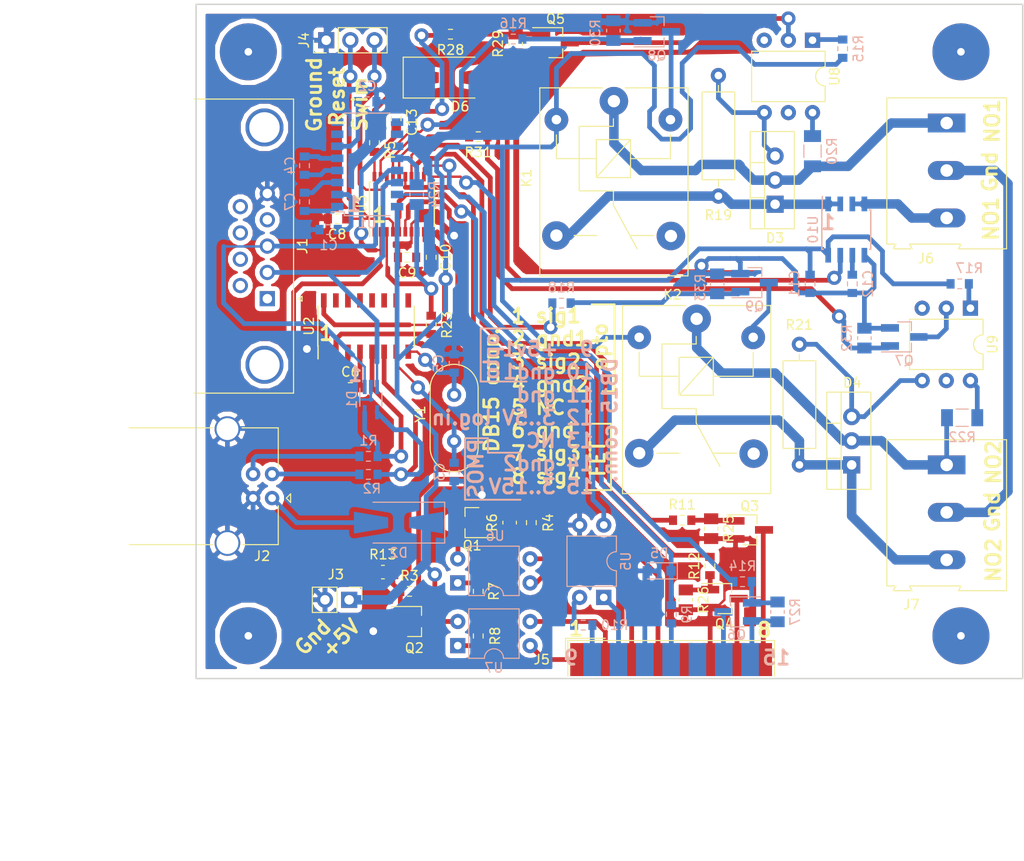
<source format=kicad_pcb>
(kicad_pcb (version 4) (host pcbnew 4.0.7)
  (layers (0 F.Cu signal hide) (31 B.Cu signal) (34 B.Paste user) (35 F.Paste user) (36 B.SilkS user) (37 F.SilkS user) (38 B.Mask user) (39 F.Mask user) (44 Edge.Cuts user))
  (net 0 "")
  (net 1 GND)
  (net 2 "Net-(C1-Pad2)")
  (net 3 "Net-(C2-Pad2)")
  (net 4 "Net-(C3-Pad2)")
  (net 5 "Net-(C4-Pad1)")
  (net 6 "Net-(C4-Pad2)")
  (net 7 "Net-(C5-Pad2)")
  (net 8 "Net-(C6-Pad2)")
  (net 9 "Net-(C7-Pad1)")
  (net 10 "Net-(C7-Pad2)")
  (net 11 /NRST)
  (net 12 "Net-(C9-Pad1)")
  (net 13 VCC)
  (net 14 "Net-(C12-Pad1)")
  (net 15 /TXD)
  (net 16 /RXD)
  (net 17 "Net-(D1-Pad4)")
  (net 18 "Net-(D1-Pad5)")
  (net 19 "Net-(D2-Pad2)")
  (net 20 "Net-(D3-Pad1)")
  (net 21 "Net-(D3-Pad2)")
  (net 22 "Net-(D3-Pad3)")
  (net 23 "Net-(D4-Pad1)")
  (net 24 "Net-(D4-Pad2)")
  (net 25 "Net-(D4-Pad3)")
  (net 26 "Net-(J2-Pad2)")
  (net 27 "Net-(J2-Pad3)")
  (net 28 /SWIM)
  (net 29 "Net-(J5-Pad1)")
  (net 30 "Net-(J5-Pad2)")
  (net 31 "Net-(J5-Pad3)")
  (net 32 "Net-(J5-Pad4)")
  (net 33 "Net-(J5-Pad7)")
  (net 34 "Net-(J5-Pad8)")
  (net 35 "Net-(J5-Pad9)")
  (net 36 "Net-(J5-Pad10)")
  (net 37 "Net-(J5-Pad12)")
  (net 38 "Net-(J5-Pad14)")
  (net 39 "Net-(J5-Pad15)")
  (net 40 GNDREF)
  (net 41 "Net-(J6-Pad3)")
  (net 42 "Net-(Q1-Pad1)")
  (net 43 "Net-(Q1-Pad3)")
  (net 44 "Net-(Q2-Pad1)")
  (net 45 "Net-(Q2-Pad3)")
  (net 46 "Net-(Q3-Pad1)")
  (net 47 "Net-(Q4-Pad1)")
  (net 48 "Net-(Q6-Pad1)")
  (net 49 "Net-(Q8-Pad1)")
  (net 50 "Net-(Q9-Pad1)")
  (net 51 /Out0)
  (net 52 /Out1)
  (net 53 /Cur0)
  (net 54 "Net-(R7-Pad1)")
  (net 55 "Net-(R8-Pad1)")
  (net 56 "Net-(R10-Pad2)")
  (net 57 /NKEY2)
  (net 58 /NKEY1)
  (net 59 /PKEY1)
  (net 60 "Net-(R15-Pad1)")
  (net 61 /Triac0)
  (net 62 /Relay0)
  (net 63 "Net-(R17-Pad1)")
  (net 64 /Triac1)
  (net 65 /Relay1)
  (net 66 "Net-(R20-Pad2)")
  (net 67 "Net-(R22-Pad2)")
  (net 68 "Net-(R23-Pad1)")
  (net 69 /Rx)
  (net 70 "Net-(R24-Pad2)")
  (net 71 /Tx)
  (net 72 /~In0)
  (net 73 /~In1)
  (net 74 "Net-(C13-Pad1)")
  (net 75 "Net-(D6-Pad1)")
  (net 76 "Net-(K1-Pad5)")
  (net 77 "Net-(K2-Pad5)")
  (net 78 "Net-(Q5-Pad1)")
  (net 79 "Net-(Q5-Pad3)")
  (net 80 "Net-(Q7-Pad1)")
  (net 81 "Net-(Q7-Pad3)")
  (module my_footprints:VIA (layer F.Cu) (at 65.659 46.355)
    (fp_text reference REF** hide)
    (fp_text value VIA hide)
    (pad 1 thru_hole circle (at 0 0) (size 1.5 1.5) (drill 0.8) (layers *.Cu *.Mask) (net 1 GND))
  )
  (module my_footprints:VIA (layer F.Cu) (at 57.15 88.011)
    (fp_text reference REF** hide)
    (fp_text value VIA hide)
    (pad 1 thru_hole circle (at 0 0) (size 1.5 1.5) (drill 0.8) (layers *.Cu *.Mask) (net 1 GND))
  )
  (module my_footprints:VIA (layer F.Cu) (at 50.165 58.293)
    (fp_text reference REF** hide)
    (fp_text value VIA hide)
    (pad 1 thru_hole circle (at 0 0) (size 1.5 1.5) (drill 0.8) (layers *.Cu *.Mask) (net 1 GND))
  )
  (module my_footprints:VIA (layer F.Cu) (at 68.58 73.66)
    (fp_text reference REF** hide)
    (fp_text value VIA hide)
    (pad 1 thru_hole circle (at 0 0) (size 1.5 1.5) (drill 0.8) (layers *.Cu *.Mask) (net 1 GND))
  )
  (module Resistor_SMD:R_0603_1608Metric_Pad0.84x1.00mm_HandSolder (layer B.Cu) (at 118.872 51.435 180)
    (fp_text reference R17 (at -1.016 1.651 180) (layer B.SilkS) (effects (justify mirror)))
    (fp_text value 150)
    (pad 1 smd rect (at -0.9625 0 180) (size 0.845 1) (layers B.Cu B.Paste B.Mask) (net 63 "Net-(R17-Pad1)"))
    (pad 2 smd rect (at 0.9625 0 180) (size 0.845 1) (layers B.Cu B.Paste B.Mask) (net 13 VCC))
  )
  (module Capacitor_SMD:C_0603_1608Metric_Pad0.84x1.00mm_HandSolder (layer B.Cu) (at 52.451 45.72)
    (fp_text reference C1 (at 0 1.65) (layer B.SilkS) (effects (justify mirror)))
    (fp_text value 0.1)
    (pad 1 smd rect (at -0.9625 0) (size 0.845 1) (layers B.Cu B.Paste B.Mask) (net 1 GND))
    (pad 2 smd rect (at 0.9625 0) (size 0.845 1) (layers B.Cu B.Paste B.Mask) (net 2 "Net-(C1-Pad2)"))
  )
  (module Package_SSOP:SOP-16_4.4x10.4mm_P1.27mm (layer B.Cu) (at 56.506 38.856)
    (fp_text reference U1 (at 0 6.2) (layer B.SilkS) (effects (justify mirror)))
    (fp_text value MAX3232)
    (pad 1 smd rect (at -3.15 4.45) (size 1.3 0.8) (layers B.Cu B.Paste B.Mask) (net 9 "Net-(C7-Pad1)"))
    (pad 2 smd rect (at -3.15 3.17) (size 1.3 0.8) (layers B.Cu B.Paste B.Mask) (net 2 "Net-(C1-Pad2)"))
    (pad 3 smd rect (at -3.15 1.91) (size 1.3 0.8) (layers B.Cu B.Paste B.Mask) (net 10 "Net-(C7-Pad2)"))
    (pad 4 smd rect (at -3.15 0.64) (size 1.3 0.8) (layers B.Cu B.Paste B.Mask) (net 5 "Net-(C4-Pad1)"))
    (pad 5 smd rect (at -3.15 -0.64) (size 1.3 0.8) (layers B.Cu B.Paste B.Mask) (net 6 "Net-(C4-Pad2)"))
    (pad 6 smd rect (at -3.15 -1.91) (size 1.3 0.8) (layers B.Cu B.Paste B.Mask) (net 3 "Net-(C2-Pad2)"))
    (pad 7 smd rect (at -3.15 -3.17) (size 1.3 0.8) (layers B.Cu B.Paste B.Mask))
    (pad 8 smd rect (at -3.15 -4.45) (size 1.3 0.8) (layers B.Cu B.Paste B.Mask))
    (pad 9 smd rect (at 3.15 -4.45) (size 1.3 0.8) (layers B.Cu B.Paste B.Mask))
    (pad 10 smd rect (at 3.15 -3.17) (size 1.3 0.8) (layers B.Cu B.Paste B.Mask))
    (pad 11 smd rect (at 3.15 -1.91) (size 1.3 0.8) (layers B.Cu B.Paste B.Mask) (net 71 /Tx))
    (pad 12 smd rect (at 3.15 -0.64) (size 1.3 0.8) (layers B.Cu B.Paste B.Mask) (net 70 "Net-(R24-Pad2)"))
    (pad 13 smd rect (at 3.15 0.64) (size 1.3 0.8) (layers B.Cu B.Paste B.Mask) (net 15 /TXD))
    (pad 14 smd rect (at 3.15 1.91) (size 1.3 0.8) (layers B.Cu B.Paste B.Mask) (net 16 /RXD))
    (pad 15 smd rect (at 3.15 3.17) (size 1.3 0.8) (layers B.Cu B.Paste B.Mask) (net 1 GND))
    (pad 16 smd rect (at 3.15 4.45) (size 1.3 0.8) (layers B.Cu B.Paste B.Mask) (net 13 VCC))
  )
  (module Capacitor_SMD:C_0603_1608Metric_Pad0.84x1.00mm_HandSolder (layer B.Cu) (at 56.515 32.258 180)
    (fp_text reference C2 (at 0 1.65 180) (layer B.SilkS) (effects (justify mirror)))
    (fp_text value 0.1)
    (pad 1 smd rect (at -0.9625 0 180) (size 0.845 1) (layers B.Cu B.Paste B.Mask) (net 1 GND))
    (pad 2 smd rect (at 0.9625 0 180) (size 0.845 1) (layers B.Cu B.Paste B.Mask) (net 3 "Net-(C2-Pad2)"))
  )
  (module Capacitor_SMD:C_0603_1608Metric_Pad0.84x1.00mm_HandSolder (layer B.Cu) (at 65.659 71.247 90)
    (fp_text reference C3 (at 0 -1.524 90) (layer B.SilkS) (effects (justify mirror)))
    (fp_text value 22p)
    (pad 1 smd rect (at -0.9625 0 90) (size 0.845 1) (layers B.Cu B.Paste B.Mask) (net 1 GND))
    (pad 2 smd rect (at 0.9625 0 90) (size 0.845 1) (layers B.Cu B.Paste B.Mask) (net 4 "Net-(C3-Pad2)"))
  )
  (module Capacitor_SMD:C_0603_1608Metric_Pad0.84x1.00mm_HandSolder (layer B.Cu) (at 49.911 38.989 90)
    (fp_text reference C4 (at 0 -1.524 90) (layer B.SilkS) (effects (justify mirror)))
    (fp_text value 0.1)
    (pad 1 smd rect (at -0.9625 0 90) (size 0.845 1) (layers B.Cu B.Paste B.Mask) (net 5 "Net-(C4-Pad1)"))
    (pad 2 smd rect (at 0.9625 0 90) (size 0.845 1) (layers B.Cu B.Paste B.Mask) (net 6 "Net-(C4-Pad2)"))
  )
  (module Capacitor_SMD:C_0603_1608Metric_Pad0.84x1.00mm_HandSolder (layer B.Cu) (at 65.659 59.817 270)
    (fp_text reference C5 (at 0 1.65 270) (layer B.SilkS) (effects (justify mirror)))
    (fp_text value 22p)
    (pad 1 smd rect (at -0.9625 0 270) (size 0.845 1) (layers B.Cu B.Paste B.Mask) (net 1 GND))
    (pad 2 smd rect (at 0.9625 0 270) (size 0.845 1) (layers B.Cu B.Paste B.Mask) (net 7 "Net-(C5-Pad2)"))
  )
  (module Capacitor_SMD:C_0603_1608Metric_Pad0.84x1.00mm_HandSolder (layer F.Cu) (at 54.737 62.357)
    (fp_text reference C6 (at 0 -1.65) (layer F.SilkS))
    (fp_text value 0.1)
    (pad 1 smd rect (at -0.9625 0) (size 0.845 1) (layers F.Cu F.Paste F.Mask) (net 1 GND))
    (pad 2 smd rect (at 0.9625 0) (size 0.845 1) (layers F.Cu F.Paste F.Mask) (net 8 "Net-(C6-Pad2)"))
  )
  (module Capacitor_SMD:C_0603_1608Metric_Pad0.84x1.00mm_HandSolder (layer B.Cu) (at 49.911 42.799 90)
    (fp_text reference C7 (at 0 -1.524 90) (layer B.SilkS) (effects (justify mirror)))
    (fp_text value 0.1)
    (pad 1 smd rect (at -0.9625 0 90) (size 0.845 1) (layers B.Cu B.Paste B.Mask) (net 9 "Net-(C7-Pad1)"))
    (pad 2 smd rect (at 0.9625 0 90) (size 0.845 1) (layers B.Cu B.Paste B.Mask) (net 10 "Net-(C7-Pad2)"))
  )
  (module Capacitor_SMD:C_0603_1608Metric_Pad0.84x1.00mm_HandSolder (layer F.Cu) (at 53.34 44.577 180)
    (fp_text reference C8 (at 0 -1.65 180) (layer F.SilkS))
    (fp_text value 0.1)
    (pad 1 smd rect (at -0.9625 0 180) (size 0.845 1) (layers F.Cu F.Paste F.Mask) (net 11 /NRST))
    (pad 2 smd rect (at 0.9625 0 180) (size 0.845 1) (layers F.Cu F.Paste F.Mask) (net 1 GND))
  )
  (module Capacitor_SMD:C_0603_1608Metric_Pad0.84x1.00mm_HandSolder (layer F.Cu) (at 60.706 48.641 180)
    (fp_text reference C9 (at 0 -1.65 180) (layer F.SilkS))
    (fp_text value 0.1)
    (pad 1 smd rect (at -0.9625 0 180) (size 0.845 1) (layers F.Cu F.Paste F.Mask) (net 12 "Net-(C9-Pad1)"))
    (pad 2 smd rect (at 0.9625 0 180) (size 0.845 1) (layers F.Cu F.Paste F.Mask) (net 1 GND))
  )
  (module Capacitor_SMD:C_0603_1608Metric_Pad0.84x1.00mm_HandSolder (layer F.Cu) (at 63.246 48.641 90)
    (fp_text reference C10 (at 0 1.524 90) (layer F.SilkS))
    (fp_text value 0.1)
    (pad 1 smd rect (at -0.9625 0 90) (size 0.845 1) (layers F.Cu F.Paste F.Mask) (net 1 GND))
    (pad 2 smd rect (at 0.9625 0 90) (size 0.845 1) (layers F.Cu F.Paste F.Mask) (net 13 VCC))
  )
  (module Capacitor_SMD:C_0603_1608Metric_Pad0.84x1.00mm_HandSolder (layer B.Cu) (at 103.124 51.435 270)
    (fp_text reference C11 (at 0 1.65 270) (layer B.SilkS) (effects (justify mirror)))
    (fp_text value 0.1)
    (pad 1 smd rect (at -0.9625 0 270) (size 0.845 1) (layers B.Cu B.Paste B.Mask) (net 13 VCC))
    (pad 2 smd rect (at 0.9625 0 270) (size 0.845 1) (layers B.Cu B.Paste B.Mask) (net 1 GND))
  )
  (module Package_TO_SOT_SMD:SOT-353_SC-70-5_Handsoldering (layer B.Cu) (at 56.896 63.627 270)
    (fp_text reference D1 (at 0 2 270) (layer B.SilkS) (effects (justify mirror)))
    (fp_text value SMF05)
    (pad 1 smd rect (at -1.33 0.65 270) (size 1.5 0.4) (layers B.Cu B.Paste B.Mask) (net 15 /TXD))
    (pad 2 smd rect (at -1.33 0 270) (size 1.5 0.4) (layers B.Cu B.Paste B.Mask) (net 1 GND))
    (pad 3 smd rect (at -1.33 -0.65 270) (size 1.5 0.4) (layers B.Cu B.Paste B.Mask) (net 16 /RXD))
    (pad 4 smd rect (at 1.33 -0.65 270) (size 1.5 0.4) (layers B.Cu B.Paste B.Mask) (net 17 "Net-(D1-Pad4)"))
    (pad 5 smd rect (at 1.33 0.65 270) (size 1.5 0.4) (layers B.Cu B.Paste B.Mask) (net 18 "Net-(D1-Pad5)"))
  )
  (module Diode_SMD:D_SMA-SMB_Universal_Handsoldering (layer B.Cu) (at 59.817 76.581 180)
    (fp_text reference D2 (at 0 -3.175 180) (layer B.SilkS) (effects (justify mirror)))
    (fp_text value SS14)
    (pad 1 smd trapezoid (at -2.9 0 180) (size 3.6 1.7) (rect_delta 0.6 0) (layers B.Cu B.Paste B.Mask) (net 13 VCC))
    (pad 2 smd trapezoid (at 2.9 0) (size 3.6 1.7) (rect_delta 0.6 0) (layers B.Cu B.Paste B.Mask) (net 19 "Net-(D2-Pad2)"))
  )
  (module Package_TO_SOT_THT:TO-220-3_Vertical (layer F.Cu) (at 99.441 43.053 90)
    (fp_text reference D3 (at -3.556 0 180) (layer F.SilkS))
    (fp_text value BT137-600E)
    (pad 1 thru_hole rect (at 0 0 90) (size 1.8 1.8) (drill 1) (layers *.Cu *.Mask) (net 20 "Net-(D3-Pad1)"))
    (pad 2 thru_hole oval (at 2.54 0 90) (size 1.8 1.8) (drill 1) (layers *.Cu *.Mask) (net 21 "Net-(D3-Pad2)"))
    (pad 3 thru_hole oval (at 5.08 0 90) (size 1.8 1.8) (drill 1) (layers *.Cu *.Mask) (net 22 "Net-(D3-Pad3)"))
  )
  (module Package_TO_SOT_THT:TO-220-3_Vertical (layer F.Cu) (at 107.5 70.5 90)
    (fp_text reference D4 (at 8.651 0.069 180) (layer F.SilkS))
    (fp_text value BT137-600E)
    (pad 1 thru_hole rect (at 0 0 90) (size 1.8 1.8) (drill 1) (layers *.Cu *.Mask) (net 23 "Net-(D4-Pad1)"))
    (pad 2 thru_hole oval (at 2.54 0 90) (size 1.8 1.8) (drill 1) (layers *.Cu *.Mask) (net 24 "Net-(D4-Pad2)"))
    (pad 3 thru_hole oval (at 5.08 0 90) (size 1.8 1.8) (drill 1) (layers *.Cu *.Mask) (net 25 "Net-(D4-Pad3)"))
  )
  (module Connector_USB:USB_B_Horizontal (layer F.Cu) (at 46.5 74 180)
    (fp_text reference J2 (at 1.05 -6.1 180) (layer F.SilkS))
    (fp_text value USB_B)
    (pad 2 thru_hole circle (at 0 2.54 90) (size 1.52 1.52) (drill 0.81) (layers *.Cu *.Mask) (net 26 "Net-(J2-Pad2)"))
    (pad 1 thru_hole circle (at 0 0 90) (size 1.52 1.52) (drill 0.81) (layers *.Cu *.Mask) (net 19 "Net-(D2-Pad2)"))
    (pad 4 thru_hole circle (at 2 0 90) (size 1.52 1.52) (drill 0.81) (layers *.Cu *.Mask) (net 1 GND))
    (pad 3 thru_hole circle (at 2 2.54 90) (size 1.52 1.52) (drill 0.81) (layers *.Cu *.Mask) (net 27 "Net-(J2-Pad3)"))
    (pad 5 thru_hole circle (at 4.7 7.27 90) (size 2.7 2.7) (drill 2.3) (layers *.Cu *.Mask) (net 1 GND))
    (pad 5 thru_hole circle (at 4.7 -4.73 90) (size 2.7 2.7) (drill 2.3) (layers *.Cu *.Mask) (net 1 GND))
  )
  (module Connector_PinHeader_2.54mm:PinHeader_1x02_P2.54mm_Vertical (layer F.Cu) (at 54.61 84.709 270)
    (fp_text reference J3 (at -2.667 1.397 360) (layer F.SilkS))
    (fp_text value 5Vext)
    (pad 1 thru_hole rect (at 0 0 270) (size 1.7 1.7) (drill 1) (layers *.Cu *.Mask) (net 13 VCC))
    (pad 2 thru_hole oval (at 0 2.54 270) (size 1.7 1.7) (drill 1) (layers *.Cu *.Mask) (net 1 GND))
  )
  (module Connector_PinHeader_2.54mm:PinHeader_1x03_P2.54mm_Vertical (layer F.Cu) (at 52.197 25.781 90)
    (fp_text reference J4 (at 0 -2.33 90) (layer F.SilkS))
    (fp_text value SWIM)
    (pad 1 thru_hole rect (at 0 0 90) (size 1.7 1.7) (drill 1) (layers *.Cu *.Mask) (net 1 GND))
    (pad 2 thru_hole oval (at 0 2.54 90) (size 1.7 1.7) (drill 1) (layers *.Cu *.Mask) (net 11 /NRST))
    (pad 3 thru_hole oval (at 0 5.08 90) (size 1.7 1.7) (drill 1) (layers *.Cu *.Mask) (net 28 /SWIM))
  )
  (module Connector_Dsub:DSUB-15_Male_EdgeMount_P2.77mm (layer F.Cu) (at 88.5 91)
    (fp_text reference J5 (at -13.618333 0) (layer F.SilkS))
    (fp_text value DB15_Male)
    (pad 1 smd rect (at -9.695 0) (size 1.846667 3.48) (layers F.Cu F.Paste F.Mask) (net 29 "Net-(J5-Pad1)"))
    (pad 2 smd rect (at -6.925 0) (size 1.846667 3.48) (layers F.Cu F.Paste F.Mask) (net 30 "Net-(J5-Pad2)"))
    (pad 3 smd rect (at -4.155 0) (size 1.846667 3.48) (layers F.Cu F.Paste F.Mask) (net 31 "Net-(J5-Pad3)"))
    (pad 4 smd rect (at -1.385 0) (size 1.846667 3.48) (layers F.Cu F.Paste F.Mask) (net 32 "Net-(J5-Pad4)"))
    (pad 5 smd rect (at 1.385 0) (size 1.846667 3.48) (layers F.Cu F.Paste F.Mask))
    (pad 6 smd rect (at 4.155 0) (size 1.846667 3.48) (layers F.Cu F.Paste F.Mask) (net 1 GND))
    (pad 7 smd rect (at 6.925 0) (size 1.846667 3.48) (layers F.Cu F.Paste F.Mask) (net 33 "Net-(J5-Pad7)"))
    (pad 8 smd rect (at 9.695 0) (size 1.846667 3.48) (layers F.Cu F.Paste F.Mask) (net 34 "Net-(J5-Pad8)"))
    (pad 9 smd rect (at -8.31 0) (size 1.846667 3.48) (layers B.Cu B.Paste B.Mask) (net 35 "Net-(J5-Pad9)"))
    (pad 10 smd rect (at -5.54 0) (size 1.846667 3.48) (layers B.Cu B.Paste B.Mask) (net 36 "Net-(J5-Pad10)"))
    (pad 11 smd rect (at -2.77 0) (size 1.846667 3.48) (layers B.Cu B.Paste B.Mask) (net 1 GND))
    (pad 12 smd rect (at 0 0) (size 1.846667 3.48) (layers B.Cu B.Paste B.Mask) (net 37 "Net-(J5-Pad12)"))
    (pad 13 smd rect (at 2.77 0) (size 1.846667 3.48) (layers B.Cu B.Paste B.Mask))
    (pad 14 smd rect (at 5.54 0) (size 1.846667 3.48) (layers B.Cu B.Paste B.Mask) (net 38 "Net-(J5-Pad14)"))
    (pad 15 smd rect (at 8.31 0) (size 1.846667 3.48) (layers B.Cu B.Paste B.Mask) (net 39 "Net-(J5-Pad15)"))
  )
  (module TerminalBlock:TerminalBlock_Altech_AK300-3_P5.00mm (layer F.Cu) (at 117.5 34.5 270)
    (fp_text reference J6 (at 14.268 2.184 360) (layer F.SilkS))
    (fp_text value Power)
    (pad 1 thru_hole rect (at 0 0 270) (size 1.98 3.96) (drill 1.32) (layers *.Cu *.Mask) (net 21 "Net-(D3-Pad2)"))
    (pad 2 thru_hole oval (at 5 0 270) (size 1.98 3.96) (drill 1.32) (layers *.Cu *.Mask) (net 40 GNDREF))
    (pad 3 thru_hole oval (at 10 0 270) (size 1.98 3.96) (drill 1.32) (layers *.Cu *.Mask) (net 41 "Net-(J6-Pad3)"))
  )
  (module TerminalBlock:TerminalBlock_Altech_AK300-3_P5.00mm (layer F.Cu) (at 117.5 70.5 270)
    (fp_text reference J7 (at 14.717 3.708 360) (layer F.SilkS))
    (fp_text value Power)
    (pad 1 thru_hole rect (at 0 0 270) (size 1.98 3.96) (drill 1.32) (layers *.Cu *.Mask) (net 24 "Net-(D4-Pad2)"))
    (pad 2 thru_hole oval (at 5 0 270) (size 1.98 3.96) (drill 1.32) (layers *.Cu *.Mask) (net 40 GNDREF))
    (pad 3 thru_hole oval (at 10 0 270) (size 1.98 3.96) (drill 1.32) (layers *.Cu *.Mask) (net 23 "Net-(D4-Pad1)"))
  )
  (module Relay_THT:Relay_SPDT_SANYOU_SRD_Series_Form_C (layer F.Cu) (at 82.475 32.195 270)
    (fp_text reference K1 (at 8.1 9.2 270) (layer F.SilkS))
    (fp_text value SRD-05VDC)
    (pad 2 thru_hole circle (at 1.95 6.05) (size 2.5 2.5) (drill 1) (layers *.Cu *.Mask) (net 13 VCC))
    (pad 3 thru_hole circle (at 14.15 6.05) (size 3 3) (drill 1.3) (layers *.Cu *.Mask) (net 20 "Net-(D3-Pad1)"))
    (pad 4 thru_hole circle (at 14.2 -6) (size 3 3) (drill 1.3) (layers *.Cu *.Mask))
    (pad 5 thru_hole circle (at 1.95 -5.95) (size 2.5 2.5) (drill 1) (layers *.Cu *.Mask) (net 76 "Net-(K1-Pad5)"))
    (pad 1 thru_hole circle (at 0 0) (size 3 3) (drill 1.3) (layers *.Cu *.Mask) (net 21 "Net-(D3-Pad2)"))
  )
  (module Relay_THT:Relay_SPDT_SANYOU_SRD_Series_Form_C (layer F.Cu) (at 91.186 55.118 270)
    (fp_text reference K2 (at -2.54 2.54 360) (layer F.SilkS))
    (fp_text value SRD-05VDC)
    (pad 2 thru_hole circle (at 1.95 6.05) (size 2.5 2.5) (drill 1) (layers *.Cu *.Mask) (net 13 VCC))
    (pad 3 thru_hole circle (at 14.15 6.05) (size 3 3) (drill 1.3) (layers *.Cu *.Mask) (net 23 "Net-(D4-Pad1)"))
    (pad 4 thru_hole circle (at 14.2 -6) (size 3 3) (drill 1.3) (layers *.Cu *.Mask))
    (pad 5 thru_hole circle (at 1.95 -5.95) (size 2.5 2.5) (drill 1) (layers *.Cu *.Mask) (net 77 "Net-(K2-Pad5)"))
    (pad 1 thru_hole circle (at 0 0) (size 3 3) (drill 1.3) (layers *.Cu *.Mask) (net 24 "Net-(D4-Pad2)"))
  )
  (module Package_TO_SOT_SMD:SOT-23_Handsoldering (layer F.Cu) (at 67.564 76.581 180)
    (fp_text reference Q1 (at 0 -2.413 180) (layer F.SilkS))
    (fp_text value 2N7002)
    (pad 1 smd rect (at -1.5 -0.95 180) (size 1.9 0.8) (layers F.Cu F.Paste F.Mask) (net 42 "Net-(Q1-Pad1)"))
    (pad 2 smd rect (at -1.5 0.95 180) (size 1.9 0.8) (layers F.Cu F.Paste F.Mask) (net 1 GND))
    (pad 3 smd rect (at 1.5 0 180) (size 1.9 0.8) (layers F.Cu F.Paste F.Mask) (net 43 "Net-(Q1-Pad3)"))
  )
  (module Package_TO_SOT_SMD:SOT-23_Handsoldering (layer F.Cu) (at 61.468 86.995)
    (fp_text reference Q2 (at 0 2.794) (layer F.SilkS))
    (fp_text value 2N7002)
    (pad 1 smd rect (at -1.5 -0.95) (size 1.9 0.8) (layers F.Cu F.Paste F.Mask) (net 44 "Net-(Q2-Pad1)"))
    (pad 2 smd rect (at -1.5 0.95) (size 1.9 0.8) (layers F.Cu F.Paste F.Mask) (net 1 GND))
    (pad 3 smd rect (at 1.5 0) (size 1.9 0.8) (layers F.Cu F.Paste F.Mask) (net 45 "Net-(Q2-Pad3)"))
  )
  (module Package_TO_SOT_SMD:SOT-23_Handsoldering (layer F.Cu) (at 96.774 77.343)
    (fp_text reference Q3 (at 0 -2.5) (layer F.SilkS))
    (fp_text value SI2300)
    (pad 1 smd rect (at -1.5 -0.95) (size 1.9 0.8) (layers F.Cu F.Paste F.Mask) (net 46 "Net-(Q3-Pad1)"))
    (pad 2 smd rect (at -1.5 0.95) (size 1.9 0.8) (layers F.Cu F.Paste F.Mask) (net 1 GND))
    (pad 3 smd rect (at 1.5 0) (size 1.9 0.8) (layers F.Cu F.Paste F.Mask) (net 34 "Net-(J5-Pad8)"))
  )
  (module Package_TO_SOT_SMD:SOT-23_Handsoldering (layer F.Cu) (at 94.107 84.582)
    (fp_text reference Q4 (at 0 2.667) (layer F.SilkS))
    (fp_text value SI2300)
    (pad 1 smd rect (at -1.5 -0.95) (size 1.9 0.8) (layers F.Cu F.Paste F.Mask) (net 47 "Net-(Q4-Pad1)"))
    (pad 2 smd rect (at -1.5 0.95) (size 1.9 0.8) (layers F.Cu F.Paste F.Mask) (net 1 GND))
    (pad 3 smd rect (at 1.5 0) (size 1.9 0.8) (layers F.Cu F.Paste F.Mask) (net 33 "Net-(J5-Pad7)"))
  )
  (module Package_TO_SOT_SMD:SOT-23_Handsoldering (layer B.Cu) (at 95.504 85.979 180)
    (fp_text reference Q6 (at 0.127 -2.413 180) (layer B.SilkS) (effects (justify mirror)))
    (fp_text value AO3407)
    (pad 1 smd rect (at -1.5 0.95 180) (size 1.9 0.8) (layers B.Cu B.Paste B.Mask) (net 48 "Net-(Q6-Pad1)"))
    (pad 2 smd rect (at -1.5 -0.95 180) (size 1.9 0.8) (layers B.Cu B.Paste B.Mask) (net 39 "Net-(J5-Pad15)"))
    (pad 3 smd rect (at 1.5 0 180) (size 1.9 0.8) (layers B.Cu B.Paste B.Mask) (net 38 "Net-(J5-Pad14)"))
  )
  (module Package_TO_SOT_SMD:SOT-23_Handsoldering (layer B.Cu) (at 86.995 24.892)
    (fp_text reference Q8 (at 0 2.5) (layer B.SilkS) (effects (justify mirror)))
    (fp_text value 2N7002)
    (pad 1 smd rect (at -1.5 0.95) (size 1.9 0.8) (layers B.Cu B.Paste B.Mask) (net 49 "Net-(Q8-Pad1)"))
    (pad 2 smd rect (at -1.5 -0.95) (size 1.9 0.8) (layers B.Cu B.Paste B.Mask) (net 1 GND))
    (pad 3 smd rect (at 1.5 0) (size 1.9 0.8) (layers B.Cu B.Paste B.Mask) (net 76 "Net-(K1-Pad5)"))
  )
  (module Package_TO_SOT_SMD:SOT-23_Handsoldering (layer B.Cu) (at 97.282 51.308)
    (fp_text reference Q9 (at 0 2.5) (layer B.SilkS) (effects (justify mirror)))
    (fp_text value 2N7002)
    (pad 1 smd rect (at -1.5 0.95) (size 1.9 0.8) (layers B.Cu B.Paste B.Mask) (net 50 "Net-(Q9-Pad1)"))
    (pad 2 smd rect (at -1.5 -0.95) (size 1.9 0.8) (layers B.Cu B.Paste B.Mask) (net 1 GND))
    (pad 3 smd rect (at 1.5 0) (size 1.9 0.8) (layers B.Cu B.Paste B.Mask) (net 77 "Net-(K2-Pad5)"))
  )
  (module Resistor_SMD:R_0603_1608Metric_Pad0.84x1.00mm_HandSolder (layer B.Cu) (at 56.642 69.596 180)
    (fp_text reference R1 (at 0 1.65 180) (layer B.SilkS) (effects (justify mirror)))
    (fp_text value 22)
    (pad 1 smd rect (at -0.9625 0 180) (size 0.845 1) (layers B.Cu B.Paste B.Mask) (net 18 "Net-(D1-Pad5)"))
    (pad 2 smd rect (at 0.9625 0 180) (size 0.845 1) (layers B.Cu B.Paste B.Mask) (net 27 "Net-(J2-Pad3)"))
  )
  (module Resistor_SMD:R_0603_1608Metric_Pad0.84x1.00mm_HandSolder (layer B.Cu) (at 56.642 71.501 180)
    (fp_text reference R2 (at -0.358 -1.499 180) (layer B.SilkS) (effects (justify mirror)))
    (fp_text value 22)
    (pad 1 smd rect (at -0.9625 0 180) (size 0.845 1) (layers B.Cu B.Paste B.Mask) (net 17 "Net-(D1-Pad4)"))
    (pad 2 smd rect (at 0.9625 0 180) (size 0.845 1) (layers B.Cu B.Paste B.Mask) (net 26 "Net-(J2-Pad2)"))
  )
  (module Resistor_SMD:R_0603_1608Metric_Pad0.84x1.00mm_HandSolder (layer F.Cu) (at 60.96 83.82)
    (fp_text reference R3 (at 0 -1.65) (layer F.SilkS))
    (fp_text value 330)
    (pad 1 smd rect (at -0.9625 0) (size 0.845 1) (layers F.Cu F.Paste F.Mask) (net 44 "Net-(Q2-Pad1)"))
    (pad 2 smd rect (at 0.9625 0) (size 0.845 1) (layers F.Cu F.Paste F.Mask) (net 51 /Out0))
  )
  (module Resistor_SMD:R_0603_1608Metric_Pad0.84x1.00mm_HandSolder (layer F.Cu) (at 73.787 76.581 90)
    (fp_text reference R4 (at 0 1.778 90) (layer F.SilkS))
    (fp_text value 330)
    (pad 1 smd rect (at -0.9625 0 90) (size 0.845 1) (layers F.Cu F.Paste F.Mask) (net 42 "Net-(Q1-Pad1)"))
    (pad 2 smd rect (at 0.9625 0 90) (size 0.845 1) (layers F.Cu F.Paste F.Mask) (net 52 /Out1))
  )
  (module Resistor_SMD:R_0603_1608Metric_Pad0.84x1.00mm_HandSolder (layer F.Cu) (at 57.277 36.576 270)
    (fp_text reference R5 (at 0.762 -1.651 270) (layer F.SilkS))
    (fp_text value 4k7)
    (pad 1 smd rect (at -0.9625 0 270) (size 0.845 1) (layers F.Cu F.Paste F.Mask) (net 75 "Net-(D6-Pad1)"))
    (pad 2 smd rect (at 0.9625 0 270) (size 0.845 1) (layers F.Cu F.Paste F.Mask) (net 74 "Net-(C13-Pad1)"))
  )
  (module Resistor_SMD:R_0603_1608Metric_Pad0.84x1.00mm_HandSolder (layer F.Cu) (at 68.199 83.82 270)
    (fp_text reference R7 (at 0 -1.65 270) (layer F.SilkS))
    (fp_text value 150)
    (pad 1 smd rect (at -0.9625 0 270) (size 0.845 1) (layers F.Cu F.Paste F.Mask) (net 54 "Net-(R7-Pad1)"))
    (pad 2 smd rect (at 0.9625 0 270) (size 0.845 1) (layers F.Cu F.Paste F.Mask) (net 13 VCC))
  )
  (module Resistor_SMD:R_0603_1608Metric_Pad0.84x1.00mm_HandSolder (layer F.Cu) (at 68.199 88.519 90)
    (fp_text reference R8 (at 0 1.778 90) (layer F.SilkS))
    (fp_text value 150)
    (pad 1 smd rect (at -0.9625 0 90) (size 0.845 1) (layers F.Cu F.Paste F.Mask) (net 55 "Net-(R8-Pad1)"))
    (pad 2 smd rect (at 0.9625 0 90) (size 0.845 1) (layers F.Cu F.Paste F.Mask) (net 13 VCC))
  )
  (module Resistor_SMD:R_0603_1608Metric_Pad0.84x1.00mm_HandSolder (layer B.Cu) (at 88.519 86.233 90)
    (fp_text reference R9 (at 0 1.65 90) (layer B.SilkS) (effects (justify mirror)))
    (fp_text value 150)
    (pad 1 smd rect (at -0.9625 0 90) (size 0.845 1) (layers B.Cu B.Paste B.Mask) (net 37 "Net-(J5-Pad12)"))
    (pad 2 smd rect (at 0.9625 0 90) (size 0.845 1) (layers B.Cu B.Paste B.Mask) (net 72 /~In0))
  )
  (module Resistor_SMD:R_0603_1608Metric_Pad0.84x1.00mm_HandSolder (layer B.Cu) (at 79.248 87.376 180)
    (fp_text reference R10 (at -3.302 0 180) (layer B.SilkS) (effects (justify mirror)))
    (fp_text value 150)
    (pad 1 smd rect (at -0.9625 0 180) (size 0.845 1) (layers B.Cu B.Paste B.Mask) (net 35 "Net-(J5-Pad9)"))
    (pad 2 smd rect (at 0.9625 0 180) (size 0.845 1) (layers B.Cu B.Paste B.Mask) (net 56 "Net-(R10-Pad2)"))
  )
  (module Resistor_SMD:R_0603_1608Metric_Pad0.84x1.00mm_HandSolder (layer F.Cu) (at 89.662 76.327 180)
    (fp_text reference R11 (at 0 1.651 180) (layer F.SilkS))
    (fp_text value 330)
    (pad 1 smd rect (at -0.9625 0 180) (size 0.845 1) (layers F.Cu F.Paste F.Mask) (net 46 "Net-(Q3-Pad1)"))
    (pad 2 smd rect (at 0.9625 0 180) (size 0.845 1) (layers F.Cu F.Paste F.Mask) (net 57 /NKEY2))
  )
  (module Resistor_SMD:R_0603_1608Metric_Pad0.84x1.00mm_HandSolder (layer F.Cu) (at 92.583 81.153 90)
    (fp_text reference R12 (at 0 -1.65 90) (layer F.SilkS))
    (fp_text value 330)
    (pad 1 smd rect (at -0.9625 0 90) (size 0.845 1) (layers F.Cu F.Paste F.Mask) (net 47 "Net-(Q4-Pad1)"))
    (pad 2 smd rect (at 0.9625 0 90) (size 0.845 1) (layers F.Cu F.Paste F.Mask) (net 58 /NKEY1))
  )
  (module Resistor_SMD:R_0603_1608Metric_Pad0.84x1.00mm_HandSolder (layer B.Cu) (at 96.012 82.804 180)
    (fp_text reference R14 (at 0 1.65 180) (layer B.SilkS) (effects (justify mirror)))
    (fp_text value 330)
    (pad 1 smd rect (at -0.9625 0 180) (size 0.845 1) (layers B.Cu B.Paste B.Mask) (net 48 "Net-(Q6-Pad1)"))
    (pad 2 smd rect (at 0.9625 0 180) (size 0.845 1) (layers B.Cu B.Paste B.Mask) (net 59 /PKEY1))
  )
  (module Resistor_SMD:R_0603_1608Metric_Pad0.84x1.00mm_HandSolder (layer B.Cu) (at 106.553 26.67 270)
    (fp_text reference R15 (at 0 -1.651 270) (layer B.SilkS) (effects (justify mirror)))
    (fp_text value 150)
    (pad 1 smd rect (at -0.9625 0 270) (size 0.845 1) (layers B.Cu B.Paste B.Mask) (net 60 "Net-(R15-Pad1)"))
    (pad 2 smd rect (at 0.9625 0 270) (size 0.845 1) (layers B.Cu B.Paste B.Mask) (net 13 VCC))
  )
  (module Resistor_SMD:R_0603_1608Metric_Pad0.84x1.00mm_HandSolder (layer B.Cu) (at 71.882 25.654 180)
    (fp_text reference R16 (at 0 1.65 180) (layer B.SilkS) (effects (justify mirror)))
    (fp_text value 330)
    (pad 1 smd rect (at -0.9625 0 180) (size 0.845 1) (layers B.Cu B.Paste B.Mask) (net 49 "Net-(Q8-Pad1)"))
    (pad 2 smd rect (at 0.9625 0 180) (size 0.845 1) (layers B.Cu B.Paste B.Mask) (net 62 /Relay0))
  )
  (module Resistor_SMD:R_0603_1608Metric_Pad0.84x1.00mm_HandSolder (layer B.Cu) (at 76.962 53.467 180)
    (fp_text reference R18 (at 0 1.65 180) (layer B.SilkS) (effects (justify mirror)))
    (fp_text value 330)
    (pad 1 smd rect (at -0.9625 0 180) (size 0.845 1) (layers B.Cu B.Paste B.Mask) (net 50 "Net-(Q9-Pad1)"))
    (pad 2 smd rect (at 0.9625 0 180) (size 0.845 1) (layers B.Cu B.Paste B.Mask) (net 65 /Relay1))
  )
  (module Resistor_SMD:R_1206_3216Metric_Pad1.24x1.80mm_HandSolder (layer B.Cu) (at 103.378 37.465 90)
    (fp_text reference R20 (at 0 2.05 90) (layer B.SilkS) (effects (justify mirror)))
    (fp_text value 330)
    (pad 1 smd rect (at -1.5925 0 90) (size 1.245 1.8) (layers B.Cu B.Paste B.Mask) (net 21 "Net-(D3-Pad2)"))
    (pad 2 smd rect (at 1.5925 0 90) (size 1.245 1.8) (layers B.Cu B.Paste B.Mask) (net 66 "Net-(R20-Pad2)"))
  )
  (module Resistor_SMD:R_1206_3216Metric_Pad1.24x1.80mm_HandSolder (layer B.Cu) (at 119.126 65.532)
    (fp_text reference R22 (at 0 2.05) (layer B.SilkS) (effects (justify mirror)))
    (fp_text value 330)
    (pad 1 smd rect (at -1.5925 0) (size 1.245 1.8) (layers B.Cu B.Paste B.Mask) (net 24 "Net-(D4-Pad2)"))
    (pad 2 smd rect (at 1.5925 0) (size 1.245 1.8) (layers B.Cu B.Paste B.Mask) (net 67 "Net-(R22-Pad2)"))
  )
  (module Resistor_SMD:R_0603_1608Metric_Pad0.84x1.00mm_HandSolder (layer F.Cu) (at 63.246 55.753 90)
    (fp_text reference R23 (at 0 1.651 90) (layer F.SilkS))
    (fp_text value 510)
    (pad 1 smd rect (at -0.9625 0 90) (size 0.845 1) (layers F.Cu F.Paste F.Mask) (net 68 "Net-(R23-Pad1)"))
    (pad 2 smd rect (at 0.9625 0 90) (size 0.845 1) (layers F.Cu F.Paste F.Mask) (net 69 /Rx))
  )
  (module Package_SOIC:SOIC-16_3.9x9.9mm_P1.27mm (layer F.Cu) (at 56.388 55.88 90)
    (fp_text reference U2 (at 0 -6 90) (layer F.SilkS))
    (fp_text value CH340G)
    (pad 1 smd rect (at -2.7 -4.445 90) (size 1.5 0.6) (layers F.Cu F.Paste F.Mask) (net 1 GND))
    (pad 2 smd rect (at -2.7 -3.175 90) (size 1.5 0.6) (layers F.Cu F.Paste F.Mask) (net 68 "Net-(R23-Pad1)"))
    (pad 3 smd rect (at -2.7 -1.905 90) (size 1.5 0.6) (layers F.Cu F.Paste F.Mask) (net 71 /Tx))
    (pad 4 smd rect (at -2.7 -0.635 90) (size 1.5 0.6) (layers F.Cu F.Paste F.Mask) (net 8 "Net-(C6-Pad2)"))
    (pad 5 smd rect (at -2.7 0.635 90) (size 1.5 0.6) (layers F.Cu F.Paste F.Mask) (net 18 "Net-(D1-Pad5)"))
    (pad 6 smd rect (at -2.7 1.905 90) (size 1.5 0.6) (layers F.Cu F.Paste F.Mask) (net 17 "Net-(D1-Pad4)"))
    (pad 7 smd rect (at -2.7 3.175 90) (size 1.5 0.6) (layers F.Cu F.Paste F.Mask) (net 4 "Net-(C3-Pad2)"))
    (pad 8 smd rect (at -2.7 4.445 90) (size 1.5 0.6) (layers F.Cu F.Paste F.Mask) (net 7 "Net-(C5-Pad2)"))
    (pad 9 smd rect (at 2.7 4.445 90) (size 1.5 0.6) (layers F.Cu F.Paste F.Mask))
    (pad 10 smd rect (at 2.7 3.175 90) (size 1.5 0.6) (layers F.Cu F.Paste F.Mask))
    (pad 11 smd rect (at 2.7 1.905 90) (size 1.5 0.6) (layers F.Cu F.Paste F.Mask))
    (pad 12 smd rect (at 2.7 0.635 90) (size 1.5 0.6) (layers F.Cu F.Paste F.Mask))
    (pad 13 smd rect (at 2.7 -0.635 90) (size 1.5 0.6) (layers F.Cu F.Paste F.Mask))
    (pad 14 smd rect (at 2.7 -1.905 90) (size 1.5 0.6) (layers F.Cu F.Paste F.Mask))
    (pad 15 smd rect (at 2.7 -3.175 90) (size 1.5 0.6) (layers F.Cu F.Paste F.Mask))
    (pad 16 smd rect (at 2.7 -4.445 90) (size 1.5 0.6) (layers F.Cu F.Paste F.Mask) (net 13 VCC))
  )
  (module Package_SSOP:SSOP-20_4.4x6.5mm_P0.65mm (layer F.Cu) (at 60.198 43.053 90)
    (fp_text reference U3 (at 0 -4.3 90) (layer F.SilkS))
    (fp_text value STM8S003F3P)
    (pad 1 smd rect (at -2.9 -2.925 90) (size 1 0.4) (layers F.Cu F.Paste F.Mask))
    (pad 2 smd rect (at -2.9 -2.275 90) (size 1 0.4) (layers F.Cu F.Paste F.Mask) (net 71 /Tx))
    (pad 3 smd rect (at -2.9 -1.625 90) (size 1 0.4) (layers F.Cu F.Paste F.Mask) (net 69 /Rx))
    (pad 4 smd rect (at -2.9 -0.975 90) (size 1 0.4) (layers F.Cu F.Paste F.Mask) (net 11 /NRST))
    (pad 5 smd rect (at -2.9 -0.325 90) (size 1 0.4) (layers F.Cu F.Paste F.Mask) (net 73 /~In1))
    (pad 6 smd rect (at -2.9 0.325 90) (size 1 0.4) (layers F.Cu F.Paste F.Mask) (net 52 /Out1))
    (pad 7 smd rect (at -2.9 0.975 90) (size 1 0.4) (layers F.Cu F.Paste F.Mask) (net 1 GND))
    (pad 8 smd rect (at -2.9 1.625 90) (size 1 0.4) (layers F.Cu F.Paste F.Mask) (net 12 "Net-(C9-Pad1)"))
    (pad 9 smd rect (at -2.9 2.275 90) (size 1 0.4) (layers F.Cu F.Paste F.Mask) (net 13 VCC))
    (pad 10 smd rect (at -2.9 2.925 90) (size 1 0.4) (layers F.Cu F.Paste F.Mask) (net 51 /Out0))
    (pad 11 smd rect (at 2.9 2.925 90) (size 1 0.4) (layers F.Cu F.Paste F.Mask) (net 59 /PKEY1))
    (pad 12 smd rect (at 2.9 2.275 90) (size 1 0.4) (layers F.Cu F.Paste F.Mask) (net 72 /~In0))
    (pad 13 smd rect (at 2.9 1.625 90) (size 1 0.4) (layers F.Cu F.Paste F.Mask) (net 57 /NKEY2))
    (pad 14 smd rect (at 2.9 0.975 90) (size 1 0.4) (layers F.Cu F.Paste F.Mask) (net 65 /Relay1))
    (pad 15 smd rect (at 2.9 0.325 90) (size 1 0.4) (layers F.Cu F.Paste F.Mask) (net 58 /NKEY1))
    (pad 16 smd rect (at 2.9 -0.325 90) (size 1 0.4) (layers F.Cu F.Paste F.Mask) (net 64 /Triac1))
    (pad 17 smd rect (at 2.9 -0.975 90) (size 1 0.4) (layers F.Cu F.Paste F.Mask) (net 62 /Relay0))
    (pad 18 smd rect (at 2.9 -1.625 90) (size 1 0.4) (layers F.Cu F.Paste F.Mask) (net 28 /SWIM))
    (pad 19 smd rect (at 2.9 -2.275 90) (size 1 0.4) (layers F.Cu F.Paste F.Mask) (net 61 /Triac0))
    (pad 20 smd rect (at 2.9 -2.925 90) (size 1 0.4) (layers F.Cu F.Paste F.Mask) (net 74 "Net-(C13-Pad1)"))
  )
  (module Package_DIP:DIP-4_W7.62mm (layer B.Cu) (at 81.407 84.455 90)
    (fp_text reference U5 (at 3.81 2.33 90) (layer B.SilkS) (effects (justify mirror)))
    (fp_text value PC817)
    (pad 1 thru_hole rect (at 0 0 90) (size 1.6 1.6) (drill 0.8) (layers *.Cu *.Mask) (net 36 "Net-(J5-Pad10)"))
    (pad 3 thru_hole oval (at 7.62 -2.54 90) (size 1.6 1.6) (drill 0.8) (layers *.Cu *.Mask) (net 1 GND))
    (pad 2 thru_hole oval (at 0 -2.54 90) (size 1.6 1.6) (drill 0.8) (layers *.Cu *.Mask) (net 56 "Net-(R10-Pad2)"))
    (pad 4 thru_hole oval (at 7.62 0 90) (size 1.6 1.6) (drill 0.8) (layers *.Cu *.Mask) (net 73 /~In1))
  )
  (module Package_DIP:DIP-4_W7.62mm (layer B.Cu) (at 66.04 82.931)
    (fp_text reference U6 (at 3.937 -4.953) (layer B.SilkS) (effects (justify mirror)))
    (fp_text value PC817)
    (pad 1 thru_hole rect (at 0 0) (size 1.6 1.6) (drill 0.8) (layers *.Cu *.Mask) (net 54 "Net-(R7-Pad1)"))
    (pad 3 thru_hole oval (at 7.62 -2.54) (size 1.6 1.6) (drill 0.8) (layers *.Cu *.Mask) (net 32 "Net-(J5-Pad4)"))
    (pad 2 thru_hole oval (at 0 -2.54) (size 1.6 1.6) (drill 0.8) (layers *.Cu *.Mask) (net 43 "Net-(Q1-Pad3)"))
    (pad 4 thru_hole oval (at 7.62 0) (size 1.6 1.6) (drill 0.8) (layers *.Cu *.Mask) (net 31 "Net-(J5-Pad3)"))
  )
  (module Package_DIP:DIP-4_W7.62mm (layer B.Cu) (at 66.04 89.535)
    (fp_text reference U7 (at 3.81 2.33) (layer B.SilkS) (effects (justify mirror)))
    (fp_text value PC817)
    (pad 1 thru_hole rect (at 0 0) (size 1.6 1.6) (drill 0.8) (layers *.Cu *.Mask) (net 55 "Net-(R8-Pad1)"))
    (pad 3 thru_hole oval (at 7.62 -2.54) (size 1.6 1.6) (drill 0.8) (layers *.Cu *.Mask) (net 30 "Net-(J5-Pad2)"))
    (pad 2 thru_hole oval (at 0 -2.54) (size 1.6 1.6) (drill 0.8) (layers *.Cu *.Mask) (net 45 "Net-(Q2-Pad3)"))
    (pad 4 thru_hole oval (at 7.62 0) (size 1.6 1.6) (drill 0.8) (layers *.Cu *.Mask) (net 29 "Net-(J5-Pad1)"))
  )
  (module Package_DIP:DIP-6_W7.62mm (layer F.Cu) (at 103.378 25.781 270)
    (fp_text reference U8 (at 3.81 -2.33 270) (layer F.SilkS))
    (fp_text value MOC3063M)
    (pad 1 thru_hole rect (at 0 0 270) (size 1.6 1.6) (drill 0.8) (layers *.Cu *.Mask) (net 60 "Net-(R15-Pad1)"))
    (pad 4 thru_hole oval (at 7.62 5.08 270) (size 1.6 1.6) (drill 0.8) (layers *.Cu *.Mask) (net 22 "Net-(D3-Pad3)"))
    (pad 2 thru_hole oval (at 0 2.54 270) (size 1.6 1.6) (drill 0.8) (layers *.Cu *.Mask) (net 79 "Net-(Q5-Pad3)"))
    (pad 5 thru_hole oval (at 7.62 2.54 270) (size 1.6 1.6) (drill 0.8) (layers *.Cu *.Mask))
    (pad 3 thru_hole oval (at 0 5.08 270) (size 1.6 1.6) (drill 0.8) (layers *.Cu *.Mask))
    (pad 6 thru_hole oval (at 7.62 0 270) (size 1.6 1.6) (drill 0.8) (layers *.Cu *.Mask) (net 66 "Net-(R20-Pad2)"))
  )
  (module Package_DIP:DIP-6_W7.62mm (layer F.Cu) (at 120 54 270)
    (fp_text reference U9 (at 3.81 -2.33 270) (layer F.SilkS))
    (fp_text value MOC3063M)
    (pad 1 thru_hole rect (at 0 0 270) (size 1.6 1.6) (drill 0.8) (layers *.Cu *.Mask) (net 63 "Net-(R17-Pad1)"))
    (pad 4 thru_hole oval (at 7.62 5.08 270) (size 1.6 1.6) (drill 0.8) (layers *.Cu *.Mask) (net 25 "Net-(D4-Pad3)"))
    (pad 2 thru_hole oval (at 0 2.54 270) (size 1.6 1.6) (drill 0.8) (layers *.Cu *.Mask) (net 81 "Net-(Q7-Pad3)"))
    (pad 5 thru_hole oval (at 7.62 2.54 270) (size 1.6 1.6) (drill 0.8) (layers *.Cu *.Mask))
    (pad 3 thru_hole oval (at 0 5.08 270) (size 1.6 1.6) (drill 0.8) (layers *.Cu *.Mask))
    (pad 6 thru_hole oval (at 7.62 0 270) (size 1.6 1.6) (drill 0.8) (layers *.Cu *.Mask) (net 67 "Net-(R22-Pad2)"))
  )
  (module Package_SOIC:SOIC-8_3.9x4.9mm_P1.27mm (layer B.Cu) (at 106.934 45.72 270)
    (fp_text reference U10 (at 0 3.5 270) (layer B.SilkS) (effects (justify mirror)))
    (fp_text value ACS712)
    (pad 1 smd rect (at -2.7 1.905 270) (size 1.55 0.6) (layers B.Cu B.Paste B.Mask) (net 20 "Net-(D3-Pad1)"))
    (pad 2 smd rect (at -2.7 0.635 270) (size 1.55 0.6) (layers B.Cu B.Paste B.Mask) (net 20 "Net-(D3-Pad1)"))
    (pad 3 smd rect (at -2.7 -0.635 270) (size 1.55 0.6) (layers B.Cu B.Paste B.Mask) (net 41 "Net-(J6-Pad3)"))
    (pad 4 smd rect (at -2.7 -1.905 270) (size 1.55 0.6) (layers B.Cu B.Paste B.Mask) (net 41 "Net-(J6-Pad3)"))
    (pad 5 smd rect (at 2.7 -1.905 270) (size 1.55 0.6) (layers B.Cu B.Paste B.Mask) (net 1 GND))
    (pad 6 smd rect (at 2.7 -0.635 270) (size 1.55 0.6) (layers B.Cu B.Paste B.Mask) (net 14 "Net-(C12-Pad1)"))
    (pad 7 smd rect (at 2.7 0.635 270) (size 1.55 0.6) (layers B.Cu B.Paste B.Mask) (net 53 /Cur0))
    (pad 8 smd rect (at 2.7 1.905 270) (size 1.55 0.6) (layers B.Cu B.Paste B.Mask) (net 13 VCC))
  )
  (module Crystal:Crystal_HC49-U_Vertical (layer F.Cu) (at 65.659 63.119 270)
    (fp_text reference Y1 (at 2.032 3.556 270) (layer F.SilkS))
    (fp_text value 12M)
    (pad 1 thru_hole circle (at 0 0 270) (size 1.5 1.5) (drill 0.8) (layers *.Cu *.Mask) (net 7 "Net-(C5-Pad2)"))
    (pad 2 thru_hole circle (at 4.88 0 270) (size 1.5 1.5) (drill 0.8) (layers *.Cu *.Mask) (net 4 "Net-(C3-Pad2)"))
  )
  (module Connector_Dsub:DSUB-9_Female_Horizontal_P2.77x2.84mm_EdgePinOffset4.94mm_Housed_MountingHolesOffset7.48mm (layer F.Cu) (at 46 53 270)
    (fp_text reference J1 (at -5.54 -3.7 270) (layer F.SilkS))
    (fp_text value DB9_Female)
    (pad 1 thru_hole rect (at 0 0 270) (size 1.6 1.6) (drill 1) (layers *.Cu *.Mask))
    (pad 2 thru_hole circle (at -2.77 0 270) (size 1.6 1.6) (drill 1) (layers *.Cu *.Mask) (net 16 /RXD))
    (pad 3 thru_hole circle (at -5.54 0 270) (size 1.6 1.6) (drill 1) (layers *.Cu *.Mask) (net 15 /TXD))
    (pad 4 thru_hole circle (at -8.31 0 270) (size 1.6 1.6) (drill 1) (layers *.Cu *.Mask))
    (pad 5 thru_hole circle (at -11.08 0 270) (size 1.6 1.6) (drill 1) (layers *.Cu *.Mask) (net 1 GND))
    (pad 6 thru_hole circle (at -1.385 2.84 270) (size 1.6 1.6) (drill 1) (layers *.Cu *.Mask))
    (pad 7 thru_hole circle (at -4.155 2.84 270) (size 1.6 1.6) (drill 1) (layers *.Cu *.Mask))
    (pad 8 thru_hole circle (at -6.925 2.84 270) (size 1.6 1.6) (drill 1) (layers *.Cu *.Mask))
    (pad 9 thru_hole circle (at -9.695 2.84 270) (size 1.6 1.6) (drill 1) (layers *.Cu *.Mask))
    (pad 0 thru_hole circle (at -18.04 0.3 270) (size 4 4) (drill 3.2) (layers *.Cu *.Mask))
    (pad 0 thru_hole circle (at 6.96 0.3 270) (size 4 4) (drill 3.2) (layers *.Cu *.Mask))
  )
  (module Diode_SMD:D_SOD-323_HandSoldering (layer B.Cu) (at 87.249 81.661 180)
    (fp_text reference D5 (at 0 1.85 180) (layer B.SilkS) (effects (justify mirror)))
    (fp_text value MM3Z3V6)
    (pad 1 smd rect (at -1.25 0 180) (size 1 1) (layers B.Cu B.Paste B.Mask) (net 72 /~In0))
    (pad 2 smd rect (at 1.25 0 180) (size 1 1) (layers B.Cu B.Paste B.Mask) (net 1 GND))
  )
  (module Capacitor_SMD:C_0603_1608Metric_Pad0.84x1.00mm_HandSolder (layer F.Cu) (at 59.563 34.036 90)
    (fp_text reference C13 (at -0.381 1.651 90) (layer F.SilkS))
    (fp_text value 0.1)
    (pad 1 smd rect (at -0.9625 0 90) (size 0.845 1) (layers F.Cu F.Paste F.Mask) (net 74 "Net-(C13-Pad1)"))
    (pad 2 smd rect (at 0.9625 0 90) (size 0.845 1) (layers F.Cu F.Paste F.Mask) (net 1 GND))
  )
  (module Diode_SMD:D_SMA-SMB_Universal_Handsoldering (layer F.Cu) (at 65.151 29.718)
    (fp_text reference D6 (at 1.143 3.048) (layer F.SilkS))
    (fp_text value SS14)
    (pad 1 smd trapezoid (at -2.9 0) (size 3.6 1.7) (rect_delta 0.6 0) (layers F.Cu F.Paste F.Mask) (net 75 "Net-(D6-Pad1)"))
    (pad 2 smd trapezoid (at 2.9 0 180) (size 3.6 1.7) (rect_delta 0.6 0) (layers F.Cu F.Paste F.Mask) (net 53 /Cur0))
  )
  (module Resistor_SMD:R_0805_2012Metric_Pad1.15x1.50mm_HandSolder (layer B.Cu) (at 61.722 42.037 90)
    (fp_text reference R24 (at 0 1.85 90) (layer B.SilkS) (effects (justify mirror)))
    (fp_text value 510)
    (pad 1 smd rect (at -1.0425 0 90) (size 1.145 1.5) (layers B.Cu B.Paste B.Mask) (net 69 /Rx))
    (pad 2 smd rect (at 1.0425 0 90) (size 1.145 1.5) (layers B.Cu B.Paste B.Mask) (net 70 "Net-(R24-Pad2)"))
  )
  (module Resistor_THT:R_Axial_DIN0309_L9.0mm_D3.2mm_P12.70mm_Horizontal (layer F.Cu) (at 93.475 42.195 90)
    (fp_text reference R19 (at -2.001 -0.003 180) (layer F.SilkS))
    (fp_text value 330)
    (pad 1 thru_hole circle (at 0 0 90) (size 1.6 1.6) (drill 0.8) (layers *.Cu *.Mask) (net 20 "Net-(D3-Pad1)"))
    (pad 2 thru_hole oval (at 12.7 0 90) (size 1.6 1.6) (drill 0.8) (layers *.Cu *.Mask) (net 22 "Net-(D3-Pad3)"))
  )
  (module Resistor_THT:R_Axial_DIN0309_L9.0mm_D3.2mm_P12.70mm_Horizontal (layer F.Cu) (at 102 70.5 90)
    (fp_text reference R21 (at 14.747 -0.019 180) (layer F.SilkS))
    (fp_text value 330)
    (pad 1 thru_hole circle (at 0 0 90) (size 1.6 1.6) (drill 0.8) (layers *.Cu *.Mask) (net 23 "Net-(D4-Pad1)"))
    (pad 2 thru_hole oval (at 12.7 0 90) (size 1.6 1.6) (drill 0.8) (layers *.Cu *.Mask) (net 25 "Net-(D4-Pad3)"))
  )
  (module Capacitor_SMD:C_0603_1608Metric_Pad0.84x1.00mm_HandSolder (layer B.Cu) (at 107.569 51.435 270)
    (fp_text reference C12 (at 0 -1.651 270) (layer B.SilkS) (effects (justify mirror)))
    (fp_text value 1n)
    (pad 1 smd rect (at -0.9625 0 270) (size 0.845 1) (layers B.Cu B.Paste B.Mask) (net 14 "Net-(C12-Pad1)"))
    (pad 2 smd rect (at 0.9625 0 270) (size 0.845 1) (layers B.Cu B.Paste B.Mask) (net 1 GND))
  )
  (module my_footprints:Hole_3mm (layer F.Cu) (at 44 27)
    (fp_text reference REF** hide)
    (fp_text value MountingHole_3.2mm_M3 hide)
    (pad "" np_thru_hole circle (at 0 0) (size 6 6) (drill 0.8) (layers *.Cu *.Mask))
  )
  (module my_footprints:Hole_3mm (layer F.Cu) (at 44 88.5)
    (fp_text reference REF** hide)
    (fp_text value MountingHole_3.2mm_M3 hide)
    (pad "" np_thru_hole circle (at 0 0) (size 6 6) (drill 0.8) (layers *.Cu *.Mask))
  )
  (module my_footprints:Hole_3mm (layer F.Cu) (at 119 88.5)
    (fp_text reference REF** hide)
    (fp_text value MountingHole_3.2mm_M3 hide)
    (pad "" np_thru_hole circle (at 0 0) (size 6 6) (drill 0.8) (layers *.Cu *.Mask))
  )
  (module my_footprints:Hole_3mm (layer F.Cu) (at 119 27)
    (fp_text reference REF** hide)
    (fp_text value MountingHole_3.2mm_M3 hide)
    (pad "" np_thru_hole circle (at 0 0) (size 6 6) (drill 0.8) (layers *.Cu *.Mask))
  )
  (module Package_TO_SOT_SMD:SOT-23_Handsoldering (layer F.Cu) (at 76.327 26.035)
    (fp_text reference Q5 (at 0 -2.5) (layer F.SilkS))
    (fp_text value 2N7002)
    (pad 1 smd rect (at -1.5 -0.95) (size 1.9 0.8) (layers F.Cu F.Paste F.Mask) (net 78 "Net-(Q5-Pad1)"))
    (pad 2 smd rect (at -1.5 0.95) (size 1.9 0.8) (layers F.Cu F.Paste F.Mask) (net 1 GND))
    (pad 3 smd rect (at 1.5 0) (size 1.9 0.8) (layers F.Cu F.Paste F.Mask) (net 79 "Net-(Q5-Pad3)"))
  )
  (module Package_TO_SOT_SMD:SOT-23_Handsoldering (layer B.Cu) (at 113.03 57.023)
    (fp_text reference Q7 (at 0 2.5) (layer B.SilkS) (effects (justify mirror)))
    (fp_text value 2N7002)
    (pad 1 smd rect (at -1.5 0.95) (size 1.9 0.8) (layers B.Cu B.Paste B.Mask) (net 80 "Net-(Q7-Pad1)"))
    (pad 2 smd rect (at -1.5 -0.95) (size 1.9 0.8) (layers B.Cu B.Paste B.Mask) (net 1 GND))
    (pad 3 smd rect (at 1.5 0) (size 1.9 0.8) (layers B.Cu B.Paste B.Mask) (net 81 "Net-(Q7-Pad3)"))
  )
  (module Resistor_SMD:R_0805_2012Metric_Pad1.15x1.50mm_HandSolder (layer F.Cu) (at 71.501 76.581 90)
    (fp_text reference R6 (at 0 -1.85 90) (layer F.SilkS))
    (fp_text value 47k)
    (pad 1 smd rect (at -1.0425 0 90) (size 1.145 1.5) (layers F.Cu F.Paste F.Mask) (net 42 "Net-(Q1-Pad1)"))
    (pad 2 smd rect (at 1.0425 0 90) (size 1.145 1.5) (layers F.Cu F.Paste F.Mask) (net 1 GND))
  )
  (module Resistor_SMD:R_0805_2012Metric_Pad1.15x1.50mm_HandSolder (layer F.Cu) (at 58.166 81.788)
    (fp_text reference R13 (at 0 -1.85) (layer F.SilkS))
    (fp_text value 47k)
    (pad 1 smd rect (at -1.0425 0) (size 1.145 1.5) (layers F.Cu F.Paste F.Mask) (net 1 GND))
    (pad 2 smd rect (at 1.0425 0) (size 1.145 1.5) (layers F.Cu F.Paste F.Mask) (net 44 "Net-(Q2-Pad1)"))
  )
  (module Resistor_SMD:R_0805_2012Metric_Pad1.15x1.50mm_HandSolder (layer F.Cu) (at 92.71 77.216 270)
    (fp_text reference R25 (at 0 -1.85 270) (layer F.SilkS))
    (fp_text value 47k)
    (pad 1 smd rect (at -1.0425 0 270) (size 1.145 1.5) (layers F.Cu F.Paste F.Mask) (net 46 "Net-(Q3-Pad1)"))
    (pad 2 smd rect (at 1.0425 0 270) (size 1.145 1.5) (layers F.Cu F.Paste F.Mask) (net 1 GND))
  )
  (module Resistor_SMD:R_0805_2012Metric_Pad1.15x1.50mm_HandSolder (layer F.Cu) (at 90.043 84.709 270)
    (fp_text reference R26 (at 0 -1.85 270) (layer F.SilkS))
    (fp_text value 47k)
    (pad 1 smd rect (at -1.0425 0 270) (size 1.145 1.5) (layers F.Cu F.Paste F.Mask) (net 47 "Net-(Q4-Pad1)"))
    (pad 2 smd rect (at 1.0425 0 270) (size 1.145 1.5) (layers F.Cu F.Paste F.Mask) (net 1 GND))
  )
  (module Resistor_SMD:R_0805_2012Metric_Pad1.15x1.50mm_HandSolder (layer B.Cu) (at 99.695 85.979 90)
    (fp_text reference R27 (at 0 1.85 90) (layer B.SilkS) (effects (justify mirror)))
    (fp_text value 47k)
    (pad 1 smd rect (at -1.0425 0 90) (size 1.145 1.5) (layers B.Cu B.Paste B.Mask) (net 39 "Net-(J5-Pad15)"))
    (pad 2 smd rect (at 1.0425 0 90) (size 1.145 1.5) (layers B.Cu B.Paste B.Mask) (net 48 "Net-(Q6-Pad1)"))
  )
  (module Resistor_SMD:R_0603_1608Metric_Pad0.84x1.00mm_HandSolder (layer F.Cu) (at 65.278 25.146 180)
    (fp_text reference R28 (at 0 -1.65 180) (layer F.SilkS))
    (fp_text value 330)
    (pad 1 smd rect (at -0.9625 0 180) (size 0.845 1) (layers F.Cu F.Paste F.Mask) (net 78 "Net-(Q5-Pad1)"))
    (pad 2 smd rect (at 0.9625 0 180) (size 0.845 1) (layers F.Cu F.Paste F.Mask) (net 61 /Triac0))
  )
  (module Resistor_SMD:R_0805_2012Metric_Pad1.15x1.50mm_HandSolder (layer F.Cu) (at 72.136 26.162 90)
    (fp_text reference R29 (at 0 -1.85 90) (layer F.SilkS))
    (fp_text value 47k)
    (pad 1 smd rect (at -1.0425 0 90) (size 1.145 1.5) (layers F.Cu F.Paste F.Mask) (net 1 GND))
    (pad 2 smd rect (at 1.0425 0 90) (size 1.145 1.5) (layers F.Cu F.Paste F.Mask) (net 78 "Net-(Q5-Pad1)"))
  )
  (module Resistor_SMD:R_0805_2012Metric_Pad1.15x1.50mm_HandSolder (layer B.Cu) (at 82.423 24.765 90)
    (fp_text reference R30 (at -0.254 -1.905 90) (layer B.SilkS) (effects (justify mirror)))
    (fp_text value 47k)
    (pad 1 smd rect (at -1.0425 0 90) (size 1.145 1.5) (layers B.Cu B.Paste B.Mask) (net 49 "Net-(Q8-Pad1)"))
    (pad 2 smd rect (at 1.0425 0 90) (size 1.145 1.5) (layers B.Cu B.Paste B.Mask) (net 1 GND))
  )
  (module Resistor_SMD:R_0603_1608Metric_Pad0.84x1.00mm_HandSolder (layer F.Cu) (at 68.199 35.941 180)
    (fp_text reference R31 (at 0 -1.65 180) (layer F.SilkS))
    (fp_text value 330)
    (pad 1 smd rect (at -0.9625 0 180) (size 0.845 1) (layers F.Cu F.Paste F.Mask) (net 80 "Net-(Q7-Pad1)"))
    (pad 2 smd rect (at 0.9625 0 180) (size 0.845 1) (layers F.Cu F.Paste F.Mask) (net 64 /Triac1))
  )
  (module Resistor_SMD:R_0805_2012Metric_Pad1.15x1.50mm_HandSolder (layer B.Cu) (at 108.839 57.15 270)
    (fp_text reference R32 (at 0 1.85 270) (layer B.SilkS) (effects (justify mirror)))
    (fp_text value 47k)
    (pad 1 smd rect (at -1.0425 0 270) (size 1.145 1.5) (layers B.Cu B.Paste B.Mask) (net 1 GND))
    (pad 2 smd rect (at 1.0425 0 270) (size 1.145 1.5) (layers B.Cu B.Paste B.Mask) (net 80 "Net-(Q7-Pad1)"))
  )
  (module Resistor_SMD:R_0805_2012Metric_Pad1.15x1.50mm_HandSolder (layer B.Cu) (at 93.345 51.435 90)
    (fp_text reference R33 (at -0.381 -1.778 90) (layer B.SilkS) (effects (justify mirror)))
    (fp_text value 47k)
    (pad 1 smd rect (at -1.0425 0 90) (size 1.145 1.5) (layers B.Cu B.Paste B.Mask) (net 50 "Net-(Q9-Pad1)"))
    (pad 2 smd rect (at 1.0425 0 90) (size 1.145 1.5) (layers B.Cu B.Paste B.Mask) (net 1 GND))
  )
  (gr_line (start 66.802 74.168) (end 72.644 74.168) (angle 90) (layer B.SilkS) (width 0.2))
  (gr_line (start 66.802 67.691) (end 66.802 74.168) (angle 90) (layer B.SilkS) (width 0.2))
  (gr_line (start 69.215 67.691) (end 66.802 67.691) (angle 90) (layer B.SilkS) (width 0.2))
  (gr_line (start 69.215 69.215) (end 69.215 67.691) (angle 90) (layer B.SilkS) (width 0.2))
  (gr_line (start 72.644 69.215) (end 69.215 69.215) (angle 90) (layer B.SilkS) (width 0.2))
  (gr_text PMOS (at 67.945 70.866 90) (layer B.SilkS) (effects (font (size 1.5 1.5) (thickness 0.3)) (justify mirror)))
  (gr_line (start 68.453 61.722) (end 73.279 61.722) (angle 90) (layer B.SilkS) (width 0.2))
  (gr_line (start 68.453 56.134) (end 68.453 61.722) (angle 90) (layer B.SilkS) (width 0.2))
  (gr_line (start 73.279 56.134) (end 68.453 56.134) (angle 90) (layer B.SilkS) (width 0.2))
  (gr_text opto (at 69.596 59.055 90) (layer B.SilkS) (effects (font (size 1.5 1.5) (thickness 0.3)) (justify mirror)))
  (gr_text "9  +5v1\n10 gnd1\n11 gnd\n12 3..5V log.in\n13 NC\n14 gnd2\n15 3..15V" (at 80.518 65.532) (layer B.SilkS) (effects (font (size 1.5 1.5) (thickness 0.3)) (justify left mirror)))
  (gr_text 15 (at 99.568 90.805) (layer B.SilkS) (effects (font (size 1.5 1.5) (thickness 0.3)) (justify mirror)))
  (gr_text 9 (at 77.978 90.805) (layer B.SilkS) (effects (font (size 1.5 1.5) (thickness 0.3)) (justify mirror)))
  (gr_text "DB15 conn." (at 82.042 65.786 90) (layer B.SilkS) (effects (font (size 1.5 1.5) (thickness 0.3)) (justify mirror)))
  (gr_text "DB15 conn." (at 69.596 62.611 90) (layer F.SilkS) (effects (font (size 1.5 1.5) (thickness 0.3))))
  (gr_text 8 (at 98.298 87.884) (layer F.SilkS) (effects (font (size 1.5 1.5) (thickness 0.3))))
  (gr_text 1 (at 78.486 87.757) (layer F.SilkS) (effects (font (size 1.5 1.5) (thickness 0.3))))
  (gr_line (start 82.169 73.152) (end 79.375 73.152) (angle 90) (layer F.SilkS) (width 0.2))
  (gr_line (start 82.169 66.167) (end 82.169 73.152) (angle 90) (layer F.SilkS) (width 0.2))
  (gr_line (start 79.502 66.167) (end 82.169 66.167) (angle 90) (layer F.SilkS) (width 0.2))
  (gr_text FET (at 80.772 69.85 90) (layer F.SilkS) (effects (font (size 1.5 1.5) (thickness 0.3))))
  (gr_line (start 82.55 62.738) (end 81.28 62.738) (angle 90) (layer F.SilkS) (width 0.2))
  (gr_line (start 82.55 53.594) (end 82.55 62.738) (angle 90) (layer F.SilkS) (width 0.2))
  (gr_line (start 80.137 53.594) (end 82.55 53.594) (angle 90) (layer F.SilkS) (width 0.2))
  (gr_text opto (at 81.026 58.039 90) (layer F.SilkS) (effects (font (size 1.5 1.5) (thickness 0.3))))
  (gr_text "1 sig1\n2 gnd1\n3 sig2\n4 gnd2\n5 NC\n6 gnd\n7 sig3\n8 sig4" (at 71.501 63.246) (layer F.SilkS) (effects (font (size 1.5 1.5) (thickness 0.3)) (justify left)))
  (gr_text 1 (at 52.197 56.642) (layer F.SilkS) (effects (font (size 1.5 1.5) (thickness 0.3))))
  (gr_text 1 (at 57.785 44.196) (layer F.SilkS) (effects (font (size 1.5 1.5) (thickness 0.3))))
  (gr_text 1 (at 55.245 60.96) (layer B.SilkS) (effects (font (size 1.5 1.5) (thickness 0.3)) (justify mirror)))
  (gr_text 1 (at 105.029 44.958) (layer B.SilkS) (effects (font (size 1.5 1.5) (thickness 0.3)) (justify mirror)))
  (gr_text 1 (at 55.118 43.053) (layer B.SilkS) (effects (font (size 1.5 1.5) (thickness 0.3)) (justify mirror)))
  (gr_text Gnd (at 50.8 88.646 45) (layer F.SilkS) (effects (font (size 1.5 1.5) (thickness 0.3))))
  (gr_text +5V (at 53.721 88.773 45) (layer F.SilkS) (effects (font (size 1.5 1.5) (thickness 0.3))))
  (gr_text Swim (at 55.753 32.512 90) (layer F.SilkS) (effects (font (size 1.5 1.5) (thickness 0.3))))
  (gr_text Reset (at 53.34 31.75 90) (layer F.SilkS) (effects (font (size 1.5 1.5) (thickness 0.3))))
  (gr_text Ground (at 50.927 31.496 90) (layer F.SilkS) (effects (font (size 1.5 1.5) (thickness 0.3))))
  (gr_text NO2 (at 122.428 80.518 90) (layer F.SilkS) (effects (font (size 1.5 1.5) (thickness 0.3))))
  (gr_text NO2 (at 122.428 70.231 90) (layer F.SilkS) (effects (font (size 1.5 1.5) (thickness 0.3))))
  (gr_text NO1 (at 122.174 44.577 90) (layer F.SilkS) (effects (font (size 1.5 1.5) (thickness 0.3))))
  (gr_text NO1 (at 122.301 34.29 90) (layer F.SilkS) (effects (font (size 1.5 1.5) (thickness 0.3))))
  (gr_text Gnd (at 122.301 75.438 90) (layer F.SilkS) (effects (font (size 1.5 1.5) (thickness 0.3))))
  (gr_text Gnd (at 122.047 39.624 90) (layer F.SilkS) (effects (font (size 1.5 1.5) (thickness 0.3))))
  (gr_line (start 125.5 93) (end 38.5 93) (angle 90) (layer Edge.Cuts) (width 0.15))
  (gr_line (start 38.5 22) (end 125.5 22) (angle 90) (layer Edge.Cuts) (width 0.15))
  (gr_line (start 125.5 22) (end 125.5 93) (angle 90) (layer Edge.Cuts) (width 0.15))
  (gr_line (start 38.5 22) (end 38.5 93) (angle 90) (layer Edge.Cuts) (width 0.15))
  (segment (start 90.043 85.7515) (end 92.3875 85.7515) (width 0.5) (layer F.Cu) (net 1))
  (segment (start 92.3875 85.7515) (end 92.607 85.532) (width 0.5) (layer F.Cu) (net 1))
  (segment (start 93.345 50.3925) (end 95.7475 50.3925) (width 0.5) (layer B.Cu) (net 1))
  (segment (start 95.7475 50.3925) (end 95.782 50.358) (width 0.5) (layer B.Cu) (net 1))
  (segment (start 95.782 50.358) (end 95.782 49.173) (width 0.5) (layer B.Cu) (net 1))
  (segment (start 95.782 49.173) (end 95.377 48.768) (width 0.5) (layer B.Cu) (net 1))
  (segment (start 97.79 48.768) (end 100.203 48.768) (width 0.5) (layer B.Cu) (net 1))
  (segment (start 101.6 51.943) (end 102.0545 52.3975) (width 0.5) (layer B.Cu) (net 1))
  (segment (start 101.6 50.165) (end 101.6 51.943) (width 0.5) (layer B.Cu) (net 1))
  (segment (start 100.203 48.768) (end 101.6 50.165) (width 0.5) (layer B.Cu) (net 1))
  (segment (start 108.839 56.1075) (end 108.839 52.832) (width 0.5) (layer B.Cu) (net 1))
  (segment (start 108.839 52.832) (end 109.2735 52.3975) (width 0.5) (layer B.Cu) (net 1))
  (segment (start 108.839 56.1075) (end 111.4955 56.1075) (width 0.5) (layer B.Cu) (net 1))
  (segment (start 111.4955 56.1075) (end 111.53 56.073) (width 0.5) (layer B.Cu) (net 1))
  (segment (start 103.124 52.3975) (end 107.569 52.3975) (width 0.5) (layer B.Cu) (net 1))
  (segment (start 102.0545 52.3975) (end 103.124 52.3975) (width 0.5) (layer B.Cu) (net 1))
  (segment (start 94.742 48.768) (end 95.377 48.768) (width 0.5) (layer B.Cu) (net 1))
  (segment (start 95.377 48.768) (end 97.79 48.768) (width 0.5) (layer B.Cu) (net 1))
  (segment (start 85.495 23.942) (end 76.52 23.942) (width 0.5) (layer B.Cu) (net 1))
  (segment (start 76.52 23.942) (end 76.327 23.749) (width 0.5) (layer B.Cu) (net 1))
  (segment (start 74.827 26.985) (end 72.3555 26.985) (width 0.5) (layer F.Cu) (net 1))
  (segment (start 72.3555 26.985) (end 72.136 27.2045) (width 0.5) (layer F.Cu) (net 1))
  (segment (start 92.71 78.2585) (end 95.2395 78.2585) (width 0.5) (layer F.Cu) (net 1))
  (segment (start 95.2395 78.2585) (end 95.274 78.293) (width 0.5) (layer F.Cu) (net 1))
  (segment (start 69.064 75.631) (end 71.4085 75.631) (width 0.5) (layer F.Cu) (net 1))
  (segment (start 71.4085 75.631) (end 71.501 75.5385) (width 0.5) (layer F.Cu) (net 1))
  (segment (start 44.5 74) (end 44.5 77.139) (width 0.5) (layer B.Cu) (net 1))
  (segment (start 44.5 77.139) (end 52.07 84.709) (width 0.5) (layer B.Cu) (net 1))
  (segment (start 48.3 66.675) (end 41.855 66.675) (width 0.5) (layer B.Cu) (net 1))
  (segment (start 41.855 66.675) (end 41.8 66.73) (width 0.5) (layer B.Cu) (net 1))
  (segment (start 41.8 66.73) (end 41.8 78.73) (width 0.5) (layer B.Cu) (net 1))
  (segment (start 78.867 76.835) (end 78.867 78.867) (width 0.5) (layer B.Cu) (net 1))
  (segment (start 73.914 76.835) (end 75.946 78.867) (width 0.5) (layer B.Cu) (net 1))
  (segment (start 66.294 73.533) (end 69.596 76.835) (width 0.5) (layer B.Cu) (net 1))
  (segment (start 69.596 76.835) (end 73.914 76.835) (width 0.5) (layer B.Cu) (net 1))
  (segment (start 46 38.862) (end 43.561 38.862) (width 0.5) (layer B.Cu) (net 1))
  (segment (start 44.45 64.897) (end 48.3 64.897) (width 0.5) (layer B.Cu) (net 1))
  (segment (start 40.259 60.706) (end 44.45 64.897) (width 0.5) (layer B.Cu) (net 1))
  (segment (start 40.259 42.164) (end 40.259 60.706) (width 0.5) (layer B.Cu) (net 1))
  (segment (start 43.561 38.862) (end 40.259 42.164) (width 0.5) (layer B.Cu) (net 1))
  (segment (start 94.742 48.768) (end 92.456 48.768) (width 0.5) (layer B.Cu) (net 1))
  (segment (start 71.755 26.924) (end 63.119 26.924) (width 0.5) (layer F.Cu) (net 1))
  (segment (start 72.136 27.305) (end 71.755 26.924) (width 0.5) (layer F.Cu) (net 1))
  (segment (start 72.136 49.022) (end 72.136 27.305) (width 0.5) (layer F.Cu) (net 1))
  (segment (start 73.279 50.165) (end 72.136 49.022) (width 0.5) (layer F.Cu) (net 1))
  (segment (start 91.059 50.165) (end 73.279 50.165) (width 0.5) (layer F.Cu) (net 1))
  (segment (start 91.694 49.53) (end 91.059 50.165) (width 0.5) (layer F.Cu) (net 1))
  (via (at 91.694 49.53) (size 1.5) (drill 0.8) (layers F.Cu B.Cu) (net 1))
  (segment (start 92.456 48.768) (end 91.694 49.53) (width 0.5) (layer B.Cu) (net 1))
  (segment (start 59.563 33.0735) (end 60.2715 33.0735) (width 0.5) (layer F.Cu) (net 1))
  (segment (start 63.119 26.924) (end 64.262 26.924) (width 0.5) (layer F.Cu) (net 1))
  (segment (start 64.262 26.924) (end 65.151 27.813) (width 0.5) (layer F.Cu) (net 1))
  (segment (start 65.151 27.813) (end 65.151 30.734) (width 0.5) (layer F.Cu) (net 1))
  (segment (start 60.2715 33.0735) (end 61.341 32.004) (width 0.5) (layer F.Cu) (net 1))
  (segment (start 61.341 32.004) (end 63.246 32.004) (width 0.5) (layer F.Cu) (net 1))
  (segment (start 63.246 32.004) (end 63.881 31.369) (width 0.5) (layer F.Cu) (net 1))
  (segment (start 63.881 31.369) (end 64.516 31.369) (width 0.5) (layer F.Cu) (net 1))
  (segment (start 64.516 31.369) (end 65.151 30.734) (width 0.5) (layer F.Cu) (net 1))
  (segment (start 61.468 32.893) (end 61.468 36.83) (width 0.5) (layer B.Cu) (net 1))
  (segment (start 61.468 36.83) (end 63.119 38.481) (width 0.5) (layer B.Cu) (net 1))
  (segment (start 52.197 25.781) (end 52.197 25.019) (width 0.5) (layer B.Cu) (net 1))
  (segment (start 52.197 25.019) (end 53.467 23.749) (width 0.5) (layer B.Cu) (net 1))
  (segment (start 53.467 23.749) (end 76.327 23.749) (width 0.5) (layer B.Cu) (net 1))
  (segment (start 107.569 52.3975) (end 109.2735 52.3975) (width 0.5) (layer B.Cu) (net 1))
  (segment (start 109.855 50.927) (end 109.855 49.436) (width 0.5) (layer B.Cu) (net 1))
  (segment (start 109.855 49.436) (end 108.839 48.42) (width 0.5) (layer B.Cu) (net 1))
  (segment (start 109.2735 52.3975) (end 109.855 51.816) (width 0.5) (layer B.Cu) (net 1))
  (segment (start 109.855 51.816) (end 109.855 50.927) (width 0.5) (layer B.Cu) (net 1))
  (segment (start 63.119 42.026) (end 63.119 38.481) (width 0.5) (layer B.Cu) (net 1))
  (segment (start 50.8635 43.4975) (end 50.8635 29.7815) (width 0.5) (layer F.Cu) (net 1))
  (segment (start 50.8635 29.7815) (end 52.578 28.067) (width 0.5) (layer F.Cu) (net 1))
  (segment (start 52.578 28.067) (end 58.928 28.067) (width 0.5) (layer F.Cu) (net 1))
  (segment (start 58.928 28.067) (end 60.071 26.924) (width 0.5) (layer F.Cu) (net 1))
  (segment (start 60.071 26.924) (end 63.119 26.924) (width 0.5) (layer F.Cu) (net 1))
  (segment (start 52.197 28.956) (end 52.197 30.353) (width 0.5) (layer B.Cu) (net 1))
  (segment (start 52.7785 30.9345) (end 57.4775 30.9345) (width 0.5) (layer B.Cu) (net 1))
  (segment (start 52.197 30.353) (end 52.7785 30.9345) (width 0.5) (layer B.Cu) (net 1))
  (segment (start 61.173 45.953) (end 61.173 45.126) (width 0.25) (layer F.Cu) (net 1))
  (segment (start 66.802 47.498) (end 65.659 46.355) (width 0.5) (layer B.Cu) (net 1))
  (via (at 65.659 46.355) (size 1.5) (drill 0.8) (layers F.Cu B.Cu) (net 1))
  (segment (start 65.659 46.355) (end 63.754 44.45) (width 0.5) (layer F.Cu) (net 1))
  (segment (start 63.754 44.45) (end 62.23 44.45) (width 0.5) (layer F.Cu) (net 1))
  (segment (start 66.802 47.498) (end 66.802 58.8545) (width 0.5) (layer B.Cu) (net 1))
  (segment (start 61.849 44.45) (end 62.23 44.45) (width 0.25) (layer F.Cu) (net 1))
  (segment (start 61.173 45.126) (end 61.849 44.45) (width 0.25) (layer F.Cu) (net 1))
  (segment (start 65.659 72.2095) (end 67.1095 72.2095) (width 0.5) (layer B.Cu) (net 1))
  (segment (start 67.4905 58.8545) (end 66.802 58.8545) (width 0.5) (layer B.Cu) (net 1))
  (segment (start 66.802 58.8545) (end 65.659 58.8545) (width 0.5) (layer B.Cu) (net 1))
  (segment (start 67.818 59.182) (end 67.4905 58.8545) (width 0.5) (layer B.Cu) (net 1))
  (segment (start 67.818 71.501) (end 67.818 59.182) (width 0.5) (layer B.Cu) (net 1))
  (segment (start 67.1095 72.2095) (end 67.818 71.501) (width 0.5) (layer B.Cu) (net 1))
  (segment (start 60.833 32.258) (end 57.4775 32.258) (width 0.5) (layer B.Cu) (net 1))
  (segment (start 61.468 32.893) (end 60.833 32.258) (width 0.5) (layer B.Cu) (net 1))
  (segment (start 59.656 42.026) (end 63.119 42.026) (width 0.25) (layer B.Cu) (net 1))
  (segment (start 57.4775 32.258) (end 57.4775 30.9345) (width 0.5) (layer B.Cu) (net 1))
  (segment (start 50.673 34.163) (end 50.673 30.48) (width 0.5) (layer B.Cu) (net 1))
  (segment (start 52.197 28.956) (end 52.197 25.781) (width 0.5) (layer B.Cu) (net 1))
  (segment (start 50.673 30.48) (end 52.197 28.956) (width 0.5) (layer B.Cu) (net 1))
  (segment (start 46 41.92) (end 46 38.862) (width 0.5) (layer B.Cu) (net 1))
  (segment (start 46 38.862) (end 46 38.836) (width 0.5) (layer B.Cu) (net 1))
  (segment (start 46 38.836) (end 50.673 34.163) (width 0.5) (layer B.Cu) (net 1))
  (segment (start 52.3775 44.577) (end 51.943 44.577) (width 0.5) (layer F.Cu) (net 1))
  (segment (start 43.561 40.005) (end 41.402 42.164) (width 0.5) (layer F.Cu) (net 1))
  (segment (start 47.371 40.005) (end 43.561 40.005) (width 0.5) (layer F.Cu) (net 1))
  (segment (start 51.943 44.577) (end 50.8635 43.4975) (width 0.5) (layer F.Cu) (net 1))
  (segment (start 50.8635 43.4975) (end 47.371 40.005) (width 0.5) (layer F.Cu) (net 1))
  (segment (start 53.7745 62.357) (end 48.768 62.357) (width 0.5) (layer F.Cu) (net 1))
  (segment (start 41.402 60.198) (end 41.402 42.164) (width 0.5) (layer F.Cu) (net 1))
  (segment (start 44.45 63.246) (end 41.402 60.198) (width 0.5) (layer F.Cu) (net 1))
  (segment (start 47.879 63.246) (end 44.45 63.246) (width 0.5) (layer F.Cu) (net 1))
  (segment (start 48.768 62.357) (end 47.879 63.246) (width 0.5) (layer F.Cu) (net 1))
  (segment (start 46 41.92) (end 46.238 41.92) (width 0.5) (layer B.Cu) (net 1))
  (segment (start 46.238 41.92) (end 47.752 43.434) (width 0.5) (layer B.Cu) (net 1))
  (segment (start 47.752 43.434) (end 47.752 44.831) (width 0.5) (layer B.Cu) (net 1))
  (segment (start 47.752 44.831) (end 48.641 45.72) (width 0.5) (layer B.Cu) (net 1))
  (segment (start 48.641 45.72) (end 51.4885 45.72) (width 0.5) (layer B.Cu) (net 1))
  (segment (start 53.7745 62.357) (end 53.7745 67.7445) (width 0.5) (layer F.Cu) (net 1))
  (segment (start 57.15 71.12) (end 57.15 88.011) (width 0.5) (layer F.Cu) (net 1))
  (segment (start 53.7745 67.7445) (end 57.15 71.12) (width 0.5) (layer F.Cu) (net 1))
  (segment (start 66.294 73.533) (end 68.453 73.533) (width 0.5) (layer B.Cu) (net 1))
  (segment (start 69.064 74.144) (end 69.064 75.631) (width 0.5) (layer F.Cu) (net 1))
  (segment (start 68.58 73.66) (end 69.064 74.144) (width 0.5) (layer F.Cu) (net 1))
  (via (at 68.58 73.66) (size 1.5) (drill 0.8) (layers F.Cu B.Cu) (net 1))
  (segment (start 68.453 73.533) (end 68.58 73.66) (width 0.5) (layer B.Cu) (net 1))
  (segment (start 57.15 88.011) (end 60.96 88.011) (width 0.5) (layer B.Cu) (net 1))
  (segment (start 60.96 88.011) (end 64.008 84.963) (width 0.5) (layer B.Cu) (net 1))
  (segment (start 52.07 84.709) (end 52.07 87.122) (width 0.5) (layer B.Cu) (net 1))
  (segment (start 57.216 87.945) (end 59.968 87.945) (width 0.5) (layer F.Cu) (net 1))
  (segment (start 57.15 88.011) (end 57.216 87.945) (width 0.5) (layer F.Cu) (net 1))
  (via (at 57.15 88.011) (size 1.5) (drill 0.8) (layers F.Cu B.Cu) (net 1))
  (segment (start 52.959 88.011) (end 57.15 88.011) (width 0.5) (layer B.Cu) (net 1))
  (segment (start 52.07 87.122) (end 52.959 88.011) (width 0.5) (layer B.Cu) (net 1))
  (segment (start 85.73 84.206) (end 85.73 81.93) (width 0.5) (layer B.Cu) (net 1))
  (segment (start 85.73 81.93) (end 85.999 81.661) (width 0.5) (layer B.Cu) (net 1))
  (segment (start 56.896 62.297) (end 56.896 63.627) (width 0.25) (layer B.Cu) (net 1))
  (segment (start 49.149 63.627) (end 49.149 63.754) (width 0.25) (layer B.Cu) (net 1))
  (segment (start 56.896 63.627) (end 49.149 63.627) (width 0.25) (layer B.Cu) (net 1))
  (segment (start 48.3 66.73) (end 48.3 66.675) (width 0.5) (layer B.Cu) (net 1))
  (segment (start 48.3 66.675) (end 48.3 64.897) (width 0.5) (layer B.Cu) (net 1))
  (segment (start 48.3 64.897) (end 48.3 64.603) (width 0.5) (layer B.Cu) (net 1))
  (segment (start 48.3 64.603) (end 49.149 63.754) (width 0.5) (layer B.Cu) (net 1))
  (segment (start 50.452 58.58) (end 51.943 58.58) (width 0.5) (layer F.Cu) (net 1))
  (segment (start 50.165 58.293) (end 50.452 58.58) (width 0.5) (layer F.Cu) (net 1))
  (via (at 50.165 58.293) (size 1.5) (drill 0.8) (layers F.Cu B.Cu) (net 1))
  (segment (start 50.165 62.738) (end 50.165 58.293) (width 0.5) (layer B.Cu) (net 1))
  (segment (start 49.149 63.754) (end 50.165 62.738) (width 0.5) (layer B.Cu) (net 1))
  (segment (start 65.659 72.2095) (end 65.659 72.898) (width 0.5) (layer B.Cu) (net 1))
  (segment (start 65.659 72.898) (end 66.294 73.533) (width 0.5) (layer B.Cu) (net 1))
  (segment (start 83.693 82.169) (end 85.73 84.206) (width 0.5) (layer B.Cu) (net 1))
  (segment (start 85.73 84.206) (end 85.73 91) (width 0.5) (layer B.Cu) (net 1))
  (segment (start 59.7435 48.641) (end 59.7435 49.7105) (width 0.5) (layer F.Cu) (net 1))
  (segment (start 62.5575 50.292) (end 63.246 49.6035) (width 0.5) (layer F.Cu) (net 1))
  (segment (start 60.325 50.292) (end 62.5575 50.292) (width 0.5) (layer F.Cu) (net 1))
  (segment (start 59.7435 49.7105) (end 60.325 50.292) (width 0.5) (layer F.Cu) (net 1))
  (segment (start 61.173 45.953) (end 61.173 47.158) (width 0.25) (layer F.Cu) (net 1))
  (segment (start 59.7435 47.8255) (end 59.7435 48.641) (width 0.25) (layer F.Cu) (net 1))
  (segment (start 59.944 47.625) (end 59.7435 47.8255) (width 0.25) (layer F.Cu) (net 1))
  (segment (start 60.706 47.625) (end 59.944 47.625) (width 0.25) (layer F.Cu) (net 1))
  (segment (start 61.173 47.158) (end 60.706 47.625) (width 0.25) (layer F.Cu) (net 1))
  (segment (start 64.008 84.963) (end 74.803 84.963) (width 0.5) (layer B.Cu) (net 1))
  (segment (start 74.803 84.963) (end 78.994 80.772) (width 0.5) (layer B.Cu) (net 1))
  (segment (start 75.946 78.867) (end 78.867 78.867) (width 0.5) (layer B.Cu) (net 1))
  (segment (start 78.867 78.867) (end 81.026 78.867) (width 0.5) (layer B.Cu) (net 1))
  (segment (start 81.026 78.867) (end 81.407 79.248) (width 0.5) (layer B.Cu) (net 1))
  (segment (start 81.407 79.248) (end 81.407 81.433048) (width 0.5) (layer B.Cu) (net 1))
  (segment (start 81.407 81.433048) (end 82.142952 82.169) (width 0.5) (layer B.Cu) (net 1))
  (segment (start 81.153 82.169) (end 82.142952 82.169) (width 0.5) (layer B.Cu) (net 1))
  (segment (start 82.142952 82.169) (end 83.693 82.169) (width 0.5) (layer B.Cu) (net 1))
  (segment (start 78.994 80.01) (end 78.867 80.01) (width 0.5) (layer B.Cu) (net 1))
  (segment (start 78.994 80.772) (end 78.994 80.01) (width 0.5) (layer B.Cu) (net 1))
  (segment (start 78.867 80.01) (end 78.867 79.883) (width 0.5) (layer B.Cu) (net 1))
  (segment (start 78.867 79.883) (end 81.153 82.169) (width 0.5) (layer B.Cu) (net 1))
  (segment (start 92.607 85.532) (end 93.284 85.532) (width 0.25) (layer F.Cu) (net 1))
  (segment (start 93.284 85.532) (end 94.107 84.709) (width 0.25) (layer F.Cu) (net 1))
  (segment (start 95.274 79.351) (end 95.274 78.293) (width 0.25) (layer F.Cu) (net 1))
  (segment (start 94.107 80.518) (end 95.274 79.351) (width 0.25) (layer F.Cu) (net 1))
  (segment (start 94.107 84.709) (end 94.107 80.518) (width 0.25) (layer F.Cu) (net 1))
  (segment (start 92.607 85.532) (end 92.607 90.952) (width 0.5) (layer F.Cu) (net 1))
  (segment (start 92.607 90.952) (end 92.655 91) (width 0.5) (layer F.Cu) (net 1))
  (segment (start 53.4135 45.72) (end 54.4295 45.72) (width 0.5) (layer B.Cu) (net 2))
  (segment (start 54.472 42.026) (end 54.8105 42.3645) (width 0.5) (layer B.Cu) (net 2))
  (segment (start 54.8105 42.3645) (end 54.8105 45.339) (width 0.5) (layer B.Cu) (net 2))
  (segment (start 54.472 42.026) (end 53.356 42.026) (width 0.5) (layer B.Cu) (net 2))
  (segment (start 54.4295 45.72) (end 54.8105 45.339) (width 0.5) (layer B.Cu) (net 2))
  (segment (start 55.5525 32.258) (end 55.5525 36.1415) (width 0.5) (layer B.Cu) (net 3))
  (segment (start 54.748 36.946) (end 53.356 36.946) (width 0.5) (layer B.Cu) (net 3))
  (segment (start 55.5525 36.1415) (end 54.748 36.946) (width 0.5) (layer B.Cu) (net 3))
  (segment (start 61.849 62.357) (end 61.849 62.23) (width 0.25) (layer F.Cu) (net 4))
  (segment (start 61.849 62.23) (end 59.563 59.944) (width 0.25) (layer F.Cu) (net 4))
  (segment (start 65.659 67.999) (end 65.659 66.167) (width 0.5) (layer B.Cu) (net 4))
  (segment (start 65.659 66.167) (end 61.849 62.357) (width 0.5) (layer B.Cu) (net 4))
  (segment (start 59.563 58.58) (end 59.563 59.944) (width 0.25) (layer F.Cu) (net 4))
  (via (at 61.849 62.357) (size 1.5) (drill 0.8) (layers F.Cu B.Cu) (net 4))
  (segment (start 65.659 70.2845) (end 65.659 67.999) (width 0.5) (layer B.Cu) (net 4))
  (segment (start 53.356 39.496) (end 52.071 39.496) (width 0.5) (layer B.Cu) (net 5))
  (segment (start 51.6155 39.9515) (end 49.911 39.9515) (width 0.5) (layer B.Cu) (net 5))
  (segment (start 52.071 39.496) (end 51.6155 39.9515) (width 0.5) (layer B.Cu) (net 5))
  (segment (start 53.356 38.216) (end 51.551 38.216) (width 0.5) (layer B.Cu) (net 6))
  (segment (start 51.3615 38.0265) (end 49.911 38.0265) (width 0.5) (layer B.Cu) (net 6))
  (segment (start 51.551 38.216) (end 51.3615 38.0265) (width 0.5) (layer B.Cu) (net 6))
  (segment (start 60.833 58.58) (end 61.755 58.58) (width 0.25) (layer F.Cu) (net 7))
  (segment (start 63.9545 60.7795) (end 62.611 59.436) (width 0.5) (layer B.Cu) (net 7))
  (via (at 62.611 59.436) (size 1.5) (drill 0.8) (layers F.Cu B.Cu) (net 7))
  (segment (start 63.9545 60.7795) (end 65.659 60.7795) (width 0.5) (layer B.Cu) (net 7))
  (segment (start 61.755 58.58) (end 62.611 59.436) (width 0.25) (layer F.Cu) (net 7))
  (segment (start 65.659 63.119) (end 65.659 60.7795) (width 0.5) (layer B.Cu) (net 7))
  (segment (start 55.753 58.58) (end 55.753 62.3035) (width 0.5) (layer F.Cu) (net 8))
  (segment (start 55.753 62.3035) (end 55.6995 62.357) (width 0.5) (layer F.Cu) (net 8))
  (segment (start 49.911 43.7615) (end 52.9005 43.7615) (width 0.5) (layer B.Cu) (net 9))
  (segment (start 52.9005 43.7615) (end 53.356 43.306) (width 0.5) (layer B.Cu) (net 9))
  (segment (start 49.911 41.8365) (end 50.7465 41.8365) (width 0.5) (layer B.Cu) (net 10))
  (segment (start 51.817 40.766) (end 53.356 40.766) (width 0.5) (layer B.Cu) (net 10))
  (segment (start 50.7465 41.8365) (end 51.817 40.766) (width 0.5) (layer B.Cu) (net 10))
  (segment (start 54.3025 44.577) (end 56.769 44.577) (width 0.25) (layer F.Cu) (net 11))
  (segment (start 56.007 43.815) (end 54.61 42.418) (width 0.5) (layer F.Cu) (net 11))
  (segment (start 59.223 44.999) (end 58.801 44.577) (width 0.25) (layer F.Cu) (net 11))
  (segment (start 58.801 44.577) (end 56.769 44.577) (width 0.25) (layer F.Cu) (net 11))
  (segment (start 56.769 44.577) (end 56.007 43.815) (width 0.25) (layer F.Cu) (net 11))
  (segment (start 59.223 45.953) (end 59.223 44.999) (width 0.25) (layer F.Cu) (net 11))
  (segment (start 54.737 29.591) (end 54.737 25.781) (width 0.5) (layer B.Cu) (net 11))
  (via (at 54.737 29.591) (size 1.5) (drill 0.8) (layers F.Cu B.Cu) (net 11))
  (segment (start 54.61 29.718) (end 54.737 29.591) (width 0.5) (layer F.Cu) (net 11))
  (segment (start 54.61 42.418) (end 54.61 29.718) (width 0.5) (layer F.Cu) (net 11))
  (segment (start 61.823 45.953) (end 61.823 48.4865) (width 0.25) (layer F.Cu) (net 12))
  (segment (start 61.823 48.4865) (end 61.6685 48.641) (width 0.25) (layer F.Cu) (net 12))
  (segment (start 103.124 50.4725) (end 103.124 48.133) (width 0.5) (layer B.Cu) (net 13))
  (segment (start 103.124 48.133) (end 102.743 47.752) (width 0.5) (layer B.Cu) (net 13))
  (segment (start 98.298 47.752) (end 102.743 47.752) (width 0.5) (layer B.Cu) (net 13))
  (segment (start 102.743 47.752) (end 104.361 47.752) (width 0.5) (layer B.Cu) (net 13))
  (segment (start 104.361 47.752) (end 105.029 48.42) (width 0.5) (layer B.Cu) (net 13))
  (segment (start 117.9095 51.435) (end 111.887 51.435) (width 0.5) (layer B.Cu) (net 13))
  (segment (start 105.029 46.99) (end 105.537 46.482) (width 0.5) (layer B.Cu) (net 13))
  (segment (start 105.537 46.482) (end 109.22 46.482) (width 0.5) (layer B.Cu) (net 13))
  (segment (start 109.22 46.482) (end 110.744 48.006) (width 0.5) (layer B.Cu) (net 13))
  (segment (start 105.029 48.42) (end 105.029 46.99) (width 0.5) (layer B.Cu) (net 13))
  (segment (start 111.887 51.435) (end 110.744 50.292) (width 0.5) (layer B.Cu) (net 13))
  (segment (start 110.744 50.292) (end 110.744 48.006) (width 0.5) (layer B.Cu) (net 13))
  (segment (start 117.856 51.435) (end 117.602 51.435) (width 0.5) (layer B.Cu) (net 13))
  (segment (start 76.425 34.145) (end 76.425 28.731) (width 0.5) (layer B.Cu) (net 13))
  (segment (start 105.8645 28.321) (end 106.553 27.6325) (width 0.5) (layer B.Cu) (net 13))
  (segment (start 97.282 28.321) (end 105.8645 28.321) (width 0.5) (layer B.Cu) (net 13))
  (segment (start 95.504 26.543) (end 97.282 28.321) (width 0.5) (layer B.Cu) (net 13))
  (segment (start 91.313 26.543) (end 95.504 26.543) (width 0.5) (layer B.Cu) (net 13))
  (segment (start 89.662 28.194) (end 91.313 26.543) (width 0.5) (layer B.Cu) (net 13))
  (segment (start 89.662 31.242) (end 89.662 28.194) (width 0.5) (layer B.Cu) (net 13))
  (segment (start 90.551 32.131) (end 89.662 31.242) (width 0.5) (layer B.Cu) (net 13))
  (segment (start 90.551 35.052) (end 90.551 32.131) (width 0.5) (layer B.Cu) (net 13))
  (segment (start 89.408 36.195) (end 90.551 35.052) (width 0.5) (layer B.Cu) (net 13))
  (segment (start 87.503 36.195) (end 89.408 36.195) (width 0.5) (layer B.Cu) (net 13))
  (segment (start 86.233 34.925) (end 87.503 36.195) (width 0.5) (layer B.Cu) (net 13))
  (segment (start 86.233 33.274) (end 86.233 34.925) (width 0.5) (layer B.Cu) (net 13))
  (segment (start 86.741 32.766) (end 86.233 33.274) (width 0.5) (layer B.Cu) (net 13))
  (segment (start 86.741 28.448) (end 86.741 32.766) (width 0.5) (layer B.Cu) (net 13))
  (segment (start 85.471 27.178) (end 86.741 28.448) (width 0.5) (layer B.Cu) (net 13))
  (segment (start 77.978 27.178) (end 85.471 27.178) (width 0.5) (layer B.Cu) (net 13))
  (segment (start 76.425 28.731) (end 77.978 27.178) (width 0.5) (layer B.Cu) (net 13))
  (segment (start 98.298 47.752) (end 91.44 47.752) (width 0.5) (layer B.Cu) (net 13))
  (segment (start 91.44 47.752) (end 88.138 51.054) (width 0.5) (layer B.Cu) (net 13))
  (segment (start 88.138 51.054) (end 70.739 51.054) (width 0.5) (layer B.Cu) (net 13))
  (segment (start 85.136 57.068) (end 81.489 57.068) (width 0.5) (layer B.Cu) (net 13))
  (segment (start 70.739 51.054) (end 70.739 53.213) (width 0.5) (layer B.Cu) (net 13))
  (segment (start 81.489 57.068) (end 80.518 58.039) (width 0.5) (layer B.Cu) (net 13))
  (segment (start 80.518 58.039) (end 75.565 58.039) (width 0.5) (layer B.Cu) (net 13))
  (segment (start 75.565 58.039) (end 70.739 53.213) (width 0.5) (layer B.Cu) (net 13))
  (segment (start 70.739 37.0205) (end 70.739 51.054) (width 0.5) (layer B.Cu) (net 13))
  (segment (start 64.9605 37.0205) (end 70.739 37.0205) (width 0.5) (layer B.Cu) (net 13))
  (segment (start 70.739 37.0205) (end 75.8825 37.0205) (width 0.5) (layer B.Cu) (net 13))
  (segment (start 76.425 36.478) (end 76.425 34.145) (width 0.5) (layer B.Cu) (net 13))
  (segment (start 75.8825 37.0205) (end 76.425 36.478) (width 0.5) (layer B.Cu) (net 13))
  (segment (start 63.246 47.6785) (end 63.8075 47.6785) (width 0.5) (layer F.Cu) (net 13))
  (segment (start 63.8075 47.6785) (end 64.77 48.641) (width 0.5) (layer F.Cu) (net 13))
  (segment (start 59.656 43.306) (end 59.656 59.47) (width 0.5) (layer B.Cu) (net 13))
  (segment (start 62.717 73.808) (end 63.754 72.771) (width 0.5) (layer B.Cu) (net 13))
  (segment (start 63.754 72.771) (end 63.754 67.31) (width 0.5) (layer B.Cu) (net 13))
  (segment (start 63.754 67.31) (end 59.656 63.212) (width 0.5) (layer B.Cu) (net 13))
  (segment (start 62.717 76.581) (end 62.717 73.808) (width 0.5) (layer B.Cu) (net 13))
  (segment (start 64.643 55.753) (end 64.643 51.054) (width 0.5) (layer F.Cu) (net 13))
  (segment (start 51.943 53.18) (end 51.943 54.61) (width 0.5) (layer F.Cu) (net 13))
  (segment (start 53.086 55.753) (end 60.96 55.753) (width 0.5) (layer F.Cu) (net 13))
  (segment (start 51.943 54.61) (end 53.086 55.753) (width 0.5) (layer F.Cu) (net 13))
  (segment (start 64.643 55.753) (end 60.96 55.753) (width 0.25) (layer F.Cu) (net 13))
  (segment (start 64.643 51.054) (end 64.77 50.927) (width 0.5) (layer F.Cu) (net 13))
  (segment (start 64.77 50.927) (end 64.77 48.641) (width 0.5) (layer F.Cu) (net 13))
  (segment (start 68.199 84.7825) (end 64.4625 84.7825) (width 0.5) (layer F.Cu) (net 13))
  (segment (start 62.717 81.132) (end 62.717 80.793) (width 0.5) (layer B.Cu) (net 13))
  (segment (start 63.627 82.042) (end 62.717 81.132) (width 0.5) (layer B.Cu) (net 13))
  (via (at 63.627 82.042) (size 1.5) (drill 0.8) (layers F.Cu B.Cu) (net 13))
  (segment (start 63.627 83.947) (end 63.627 82.042) (width 0.5) (layer F.Cu) (net 13))
  (segment (start 64.4625 84.7825) (end 63.627 83.947) (width 0.5) (layer F.Cu) (net 13))
  (segment (start 68.199 87.5565) (end 68.199 84.7825) (width 0.5) (layer F.Cu) (net 13))
  (segment (start 62.473 45.953) (end 62.473 46.9055) (width 0.25) (layer F.Cu) (net 13))
  (segment (start 62.473 46.9055) (end 63.246 47.6785) (width 0.25) (layer F.Cu) (net 13))
  (segment (start 54.61 84.709) (end 58.801 84.709) (width 1) (layer B.Cu) (net 13))
  (segment (start 58.801 84.709) (end 62.717 80.793) (width 1) (layer B.Cu) (net 13))
  (segment (start 62.717 80.793) (end 62.717 76.581) (width 1) (layer B.Cu) (net 13))
  (segment (start 64.77 50.927) (end 64.77 47.879) (width 0.5) (layer B.Cu) (net 13))
  (segment (start 64.77 47.879) (end 64.389 47.498) (width 0.5) (layer B.Cu) (net 13))
  (segment (start 64.77 50.927) (end 64.77 54.356) (width 0.5) (layer B.Cu) (net 13))
  (segment (start 64.77 54.356) (end 59.656 59.47) (width 0.5) (layer B.Cu) (net 13))
  (segment (start 59.656 59.47) (end 59.656 63.212) (width 0.5) (layer B.Cu) (net 13))
  (via (at 64.77 50.927) (size 1.5) (drill 0.8) (layers F.Cu B.Cu) (net 13))
  (segment (start 64.389 47.498) (end 64.389 40.132) (width 0.5) (layer B.Cu) (net 13))
  (segment (start 63.819002 38.161998) (end 64.9605 37.0205) (width 0.5) (layer B.Cu) (net 13))
  (segment (start 63.819002 39.562002) (end 63.819002 38.161998) (width 0.5) (layer B.Cu) (net 13))
  (segment (start 64.389 40.132) (end 63.819002 39.562002) (width 0.5) (layer B.Cu) (net 13))
  (segment (start 84.983 56.915) (end 85.136 57.068) (width 0.5) (layer B.Cu) (net 13))
  (segment (start 107.569 48.42) (end 107.569 50.4725) (width 0.5) (layer B.Cu) (net 14))
  (segment (start 41.402 53.467) (end 41.402 47.498) (width 0.5) (layer B.Cu) (net 15))
  (segment (start 46 47.46) (end 57.188 47.46) (width 0.5) (layer B.Cu) (net 15))
  (segment (start 57.404 47.244) (end 57.404 40.894) (width 0.5) (layer B.Cu) (net 15))
  (segment (start 57.188 47.46) (end 57.404 47.244) (width 0.5) (layer B.Cu) (net 15))
  (segment (start 59.656 39.496) (end 58.802 39.496) (width 0.5) (layer B.Cu) (net 15))
  (segment (start 58.802 39.496) (end 57.404 40.894) (width 0.5) (layer B.Cu) (net 15))
  (segment (start 45.962 47.498) (end 41.402 47.498) (width 0.25) (layer B.Cu) (net 15))
  (segment (start 51.689 55.626) (end 43.561 55.626) (width 0.5) (layer B.Cu) (net 15))
  (segment (start 43.561 55.626) (end 41.402 53.467) (width 0.5) (layer B.Cu) (net 15))
  (segment (start 54.991 58.928) (end 56.246 60.183) (width 0.25) (layer B.Cu) (net 15))
  (segment (start 56.246 60.183) (end 56.246 62.297) (width 0.25) (layer B.Cu) (net 15))
  (segment (start 54.991 58.928) (end 51.689 55.626) (width 0.5) (layer B.Cu) (net 15))
  (segment (start 45.962 47.498) (end 46 47.46) (width 0.25) (layer B.Cu) (net 15))
  (segment (start 52.389 50.23) (end 56.45 50.23) (width 0.5) (layer B.Cu) (net 16))
  (segment (start 58.166 48.514) (end 58.166 41.275) (width 0.5) (layer B.Cu) (net 16))
  (segment (start 56.45 50.23) (end 58.166 48.514) (width 0.5) (layer B.Cu) (net 16))
  (segment (start 59.656 40.766) (end 58.675 40.766) (width 0.5) (layer B.Cu) (net 16))
  (segment (start 58.675 40.766) (end 58.166 41.275) (width 0.5) (layer B.Cu) (net 16))
  (segment (start 57.546 59.705) (end 57.546 55.387) (width 0.5) (layer B.Cu) (net 16))
  (segment (start 52.389 50.23) (end 46 50.23) (width 0.5) (layer B.Cu) (net 16))
  (segment (start 57.546 55.387) (end 52.389 50.23) (width 0.5) (layer B.Cu) (net 16))
  (segment (start 57.546 62.297) (end 57.546 59.705) (width 0.25) (layer B.Cu) (net 16))
  (segment (start 60.071 71.501) (end 60.706 71.501) (width 0.5) (layer F.Cu) (net 17))
  (via (at 60.071 71.501) (size 1.5) (drill 0.8) (layers F.Cu B.Cu) (net 17))
  (segment (start 58.293 61.849) (end 58.293 58.58) (width 0.5) (layer F.Cu) (net 17))
  (segment (start 61.595 65.151) (end 58.293 61.849) (width 0.5) (layer F.Cu) (net 17))
  (segment (start 61.595 70.612) (end 61.595 65.151) (width 0.5) (layer F.Cu) (net 17))
  (segment (start 60.706 71.501) (end 61.595 70.612) (width 0.5) (layer F.Cu) (net 17))
  (segment (start 60.071 71.501) (end 61.849 71.501) (width 0.5) (layer B.Cu) (net 17))
  (segment (start 57.6045 71.501) (end 60.071 71.501) (width 0.5) (layer B.Cu) (net 17))
  (segment (start 59.391 66.802) (end 57.546 64.957) (width 0.5) (layer B.Cu) (net 17))
  (segment (start 60.706 66.802) (end 59.391 66.802) (width 0.5) (layer B.Cu) (net 17))
  (segment (start 62.23 68.326) (end 60.706 66.802) (width 0.5) (layer B.Cu) (net 17))
  (segment (start 62.23 71.12) (end 62.23 68.326) (width 0.5) (layer B.Cu) (net 17))
  (segment (start 61.849 71.501) (end 62.23 71.12) (width 0.5) (layer B.Cu) (net 17))
  (segment (start 60.071 69.596) (end 60.071 65.405) (width 0.5) (layer F.Cu) (net 18))
  (segment (start 60.071 65.405) (end 57.023 62.357) (width 0.5) (layer F.Cu) (net 18))
  (segment (start 57.023 62.357) (end 57.023 58.58) (width 0.5) (layer F.Cu) (net 18))
  (segment (start 57.6045 69.596) (end 60.071 69.596) (width 0.5) (layer B.Cu) (net 18))
  (via (at 60.071 69.596) (size 1.5) (drill 0.8) (layers F.Cu B.Cu) (net 18))
  (segment (start 56.246 64.957) (end 56.246 66.914) (width 0.5) (layer B.Cu) (net 18))
  (segment (start 57.6045 68.2725) (end 57.6045 69.596) (width 0.5) (layer B.Cu) (net 18))
  (segment (start 56.246 66.914) (end 57.6045 68.2725) (width 0.5) (layer B.Cu) (net 18))
  (segment (start 56.917 76.581) (end 49.081 76.581) (width 0.5) (layer B.Cu) (net 19))
  (segment (start 49.081 76.581) (end 46.5 74) (width 0.5) (layer B.Cu) (net 19))
  (segment (start 76.425 46.345) (end 77.734 46.345) (width 1) (layer B.Cu) (net 20))
  (segment (start 77.734 46.345) (end 81.884 42.195) (width 1) (layer B.Cu) (net 20))
  (segment (start 81.884 42.195) (end 93.475 42.195) (width 1) (layer B.Cu) (net 20))
  (segment (start 93.475 42.195) (end 94.011 42.195) (width 1) (layer B.Cu) (net 20))
  (segment (start 94.011 42.195) (end 94.869 43.053) (width 1) (layer B.Cu) (net 20))
  (segment (start 94.869 43.053) (end 99.441 43.053) (width 1) (layer B.Cu) (net 20))
  (segment (start 99.441 43.053) (end 104.996 43.053) (width 1) (layer B.Cu) (net 20))
  (segment (start 104.996 43.053) (end 105.029 43.02) (width 1) (layer B.Cu) (net 20))
  (segment (start 106.299 43.02) (end 104.808 43.02) (width 0.5) (layer B.Cu) (net 20))
  (segment (start 104.808 43.02) (end 105.029 43.02) (width 0.5) (layer B.Cu) (net 20))
  (segment (start 91.694 38.862) (end 95.631 38.862) (width 1) (layer B.Cu) (net 21))
  (segment (start 95.758 38.989) (end 95.758 39.116) (width 1) (layer B.Cu) (net 21))
  (segment (start 95.631 38.862) (end 95.758 38.989) (width 1) (layer B.Cu) (net 21))
  (segment (start 82.475 32.195) (end 82.475 36.628) (width 1) (layer B.Cu) (net 21))
  (segment (start 91.059 39.497) (end 91.694 38.862) (width 1) (layer B.Cu) (net 21))
  (segment (start 85.344 39.497) (end 91.059 39.497) (width 1) (layer B.Cu) (net 21))
  (segment (start 82.475 36.628) (end 85.344 39.497) (width 1) (layer B.Cu) (net 21))
  (segment (start 117.5 34.5) (end 111.677 34.5) (width 1) (layer B.Cu) (net 21))
  (segment (start 107.1195 39.0575) (end 103.378 39.0575) (width 1) (layer B.Cu) (net 21))
  (segment (start 111.677 34.5) (end 107.1195 39.0575) (width 1) (layer B.Cu) (net 21))
  (segment (start 99.441 40.513) (end 97.155 40.513) (width 1) (layer B.Cu) (net 21))
  (segment (start 97.155 40.513) (end 95.758 39.116) (width 1) (layer B.Cu) (net 21))
  (segment (start 99.441 40.513) (end 101.9225 40.513) (width 1) (layer B.Cu) (net 21))
  (segment (start 101.9225 40.513) (end 103.378 39.0575) (width 1) (layer B.Cu) (net 21))
  (segment (start 93.475 29.495) (end 93.475 31.88) (width 0.5) (layer B.Cu) (net 22))
  (segment (start 94.996 33.401) (end 98.298 33.401) (width 0.5) (layer B.Cu) (net 22))
  (segment (start 93.475 31.88) (end 94.996 33.401) (width 0.5) (layer B.Cu) (net 22))
  (segment (start 98.298 33.401) (end 98.298 36.83) (width 0.5) (layer B.Cu) (net 22))
  (segment (start 98.298 36.83) (end 99.441 37.973) (width 0.5) (layer B.Cu) (net 22))
  (segment (start 117.5 80.5) (end 112.123 80.5) (width 1) (layer B.Cu) (net 23))
  (segment (start 107.5 75.877) (end 107.5 70.5) (width 1) (layer B.Cu) (net 23))
  (segment (start 112.123 80.5) (end 107.5 75.877) (width 1) (layer B.Cu) (net 23))
  (segment (start 102 70.5) (end 107.5 70.5) (width 1) (layer B.Cu) (net 23))
  (segment (start 85.136 69.268) (end 85.418 69.268) (width 1) (layer B.Cu) (net 23))
  (segment (start 85.418 69.268) (end 88.9 65.786) (width 1) (layer B.Cu) (net 23))
  (segment (start 88.9 65.786) (end 99.822 65.786) (width 1) (layer B.Cu) (net 23))
  (segment (start 99.822 65.786) (end 102 67.964) (width 1) (layer B.Cu) (net 23))
  (segment (start 102 67.964) (end 102 70.5) (width 1) (layer B.Cu) (net 23))
  (segment (start 107.5 67.96) (end 106.568 67.96) (width 1) (layer B.Cu) (net 24))
  (segment (start 91.186 58.166) (end 91.186 55.118) (width 1) (layer B.Cu) (net 24))
  (segment (start 93.853 60.833) (end 91.186 58.166) (width 1) (layer B.Cu) (net 24))
  (segment (start 99.441 60.833) (end 93.853 60.833) (width 1) (layer B.Cu) (net 24))
  (segment (start 106.568 67.96) (end 99.441 60.833) (width 1) (layer B.Cu) (net 24))
  (segment (start 107.5 67.96) (end 110.632 67.96) (width 1) (layer B.Cu) (net 24))
  (segment (start 113.172 70.5) (end 117.5 70.5) (width 1) (layer B.Cu) (net 24))
  (segment (start 110.632 67.96) (end 113.172 70.5) (width 1) (layer B.Cu) (net 24))
  (segment (start 117.5 70.5) (end 117.5 65.5655) (width 0.5) (layer B.Cu) (net 24))
  (segment (start 117.5 65.5655) (end 117.5335 65.532) (width 0.5) (layer B.Cu) (net 24))
  (segment (start 102 57.8) (end 103.774 57.8) (width 0.5) (layer B.Cu) (net 25))
  (segment (start 107.5 61.526) (end 107.5 65.42) (width 0.5) (layer B.Cu) (net 25))
  (segment (start 103.774 57.8) (end 107.5 61.526) (width 0.5) (layer B.Cu) (net 25))
  (segment (start 107.5 65.42) (end 108.824 65.42) (width 0.5) (layer B.Cu) (net 25))
  (segment (start 112.624 61.62) (end 114.92 61.62) (width 0.5) (layer B.Cu) (net 25))
  (segment (start 108.824 65.42) (end 112.624 61.62) (width 0.5) (layer B.Cu) (net 25))
  (segment (start 46.5 71.46) (end 55.6385 71.46) (width 0.5) (layer B.Cu) (net 26))
  (segment (start 55.6385 71.46) (end 55.6795 71.501) (width 0.5) (layer B.Cu) (net 26))
  (segment (start 44.5 71.46) (end 44.5 69.927) (width 0.5) (layer B.Cu) (net 27))
  (segment (start 44.831 69.596) (end 55.6795 69.596) (width 0.5) (layer B.Cu) (net 27))
  (segment (start 44.5 69.927) (end 44.831 69.596) (width 0.5) (layer B.Cu) (net 27))
  (segment (start 55.753 40.894) (end 55.753 32.639) (width 0.5) (layer F.Cu) (net 28))
  (segment (start 58.573 41.122) (end 58.166 41.529) (width 0.25) (layer F.Cu) (net 28))
  (segment (start 58.166 41.529) (end 56.388 41.529) (width 0.25) (layer F.Cu) (net 28))
  (segment (start 56.388 41.529) (end 55.753 40.894) (width 0.25) (layer F.Cu) (net 28))
  (segment (start 58.573 40.153) (end 58.573 41.122) (width 0.25) (layer F.Cu) (net 28))
  (segment (start 57.277 29.591) (end 57.277 25.781) (width 0.5) (layer B.Cu) (net 28))
  (via (at 57.277 29.591) (size 1.5) (drill 0.8) (layers F.Cu B.Cu) (net 28))
  (segment (start 57.277 31.115) (end 57.277 29.591) (width 0.5) (layer F.Cu) (net 28))
  (segment (start 55.753 32.639) (end 57.277 31.115) (width 0.5) (layer F.Cu) (net 28))
  (segment (start 78.805 91) (end 75.125 91) (width 0.5) (layer F.Cu) (net 29))
  (segment (start 75.125 91) (end 73.66 89.535) (width 0.5) (layer F.Cu) (net 29))
  (segment (start 73.66 86.995) (end 80.518 86.995) (width 0.5) (layer F.Cu) (net 30))
  (segment (start 81.575 88.052) (end 81.575 91) (width 0.5) (layer F.Cu) (net 30))
  (segment (start 80.518 86.995) (end 81.575 88.052) (width 0.5) (layer F.Cu) (net 30))
  (segment (start 73.66 82.931) (end 74.295 82.931) (width 0.5) (layer F.Cu) (net 31))
  (segment (start 74.295 82.931) (end 75.438 81.788) (width 0.5) (layer F.Cu) (net 31))
  (segment (start 84.328 85.979) (end 84.345 85.979) (width 0.5) (layer F.Cu) (net 31))
  (segment (start 84.328 83.439) (end 84.328 85.979) (width 0.5) (layer F.Cu) (net 31))
  (segment (start 82.677 81.788) (end 84.328 83.439) (width 0.5) (layer F.Cu) (net 31))
  (segment (start 75.438 81.788) (end 82.677 81.788) (width 0.5) (layer F.Cu) (net 31))
  (segment (start 84.345 85.979) (end 84.345 91) (width 0.5) (layer F.Cu) (net 31))
  (segment (start 73.66 80.391) (end 85.344 80.391) (width 0.5) (layer F.Cu) (net 32))
  (segment (start 87.115 82.162) (end 87.115 91) (width 0.5) (layer F.Cu) (net 32))
  (segment (start 85.344 80.391) (end 87.115 82.162) (width 0.5) (layer F.Cu) (net 32))
  (segment (start 95.425 91) (end 95.425 84.764) (width 0.5) (layer F.Cu) (net 33))
  (segment (start 95.425 84.764) (end 95.607 84.582) (width 0.5) (layer F.Cu) (net 33))
  (segment (start 98.195 91) (end 98.195 77.422) (width 0.5) (layer F.Cu) (net 34))
  (segment (start 98.195 77.422) (end 98.274 77.343) (width 0.5) (layer F.Cu) (net 34))
  (segment (start 80.19 91) (end 80.19 87.3965) (width 0.5) (layer B.Cu) (net 35))
  (segment (start 80.19 87.3965) (end 80.2105 87.376) (width 0.5) (layer B.Cu) (net 35))
  (segment (start 82.96 91) (end 82.96 86.008) (width 0.5) (layer B.Cu) (net 36))
  (segment (start 82.96 86.008) (end 81.407 84.455) (width 0.5) (layer B.Cu) (net 36))
  (segment (start 88.519 87.1955) (end 88.519 90.981) (width 0.5) (layer B.Cu) (net 37))
  (segment (start 88.519 90.981) (end 88.5 91) (width 0.5) (layer B.Cu) (net 37))
  (segment (start 94.004 90.964) (end 94.04 91) (width 0.5) (layer B.Cu) (net 38))
  (segment (start 94.004 85.979) (end 94.004 90.964) (width 0.5) (layer B.Cu) (net 38))
  (segment (start 97.004 86.929) (end 99.6025 86.929) (width 0.5) (layer B.Cu) (net 39))
  (segment (start 99.6025 86.929) (end 99.695 87.0215) (width 0.5) (layer B.Cu) (net 39))
  (segment (start 97.004 86.929) (end 97.004 90.806) (width 0.5) (layer B.Cu) (net 39))
  (segment (start 97.004 90.806) (end 96.81 91) (width 0.5) (layer B.Cu) (net 39))
  (segment (start 117.5 39.5) (end 122.558 39.5) (width 1) (layer B.Cu) (net 40))
  (segment (start 121.731 75.5) (end 117.5 75.5) (width 1) (layer B.Cu) (net 40))
  (segment (start 123.952 73.279) (end 121.731 75.5) (width 1) (layer B.Cu) (net 40))
  (segment (start 123.952 40.894) (end 123.952 73.279) (width 1) (layer B.Cu) (net 40))
  (segment (start 122.558 39.5) (end 123.952 40.894) (width 1) (layer B.Cu) (net 40))
  (segment (start 117.5 44.5) (end 113.842 44.5) (width 1) (layer B.Cu) (net 41))
  (segment (start 112.362 43.02) (end 108.839 43.02) (width 1) (layer B.Cu) (net 41))
  (segment (start 113.842 44.5) (end 112.362 43.02) (width 1) (layer B.Cu) (net 41))
  (segment (start 107.569 43.02) (end 108.839 43.02) (width 0.5) (layer B.Cu) (net 41))
  (segment (start 69.064 77.531) (end 71.4085 77.531) (width 0.5) (layer F.Cu) (net 42))
  (segment (start 71.4085 77.531) (end 71.501 77.6235) (width 0.5) (layer F.Cu) (net 42))
  (segment (start 69.064 77.531) (end 73.7745 77.531) (width 0.5) (layer F.Cu) (net 42))
  (segment (start 73.7745 77.531) (end 73.787 77.5435) (width 0.5) (layer F.Cu) (net 42))
  (segment (start 66.064 76.581) (end 66.064 80.367) (width 0.5) (layer F.Cu) (net 43))
  (segment (start 66.064 80.367) (end 66.04 80.391) (width 0.5) (layer F.Cu) (net 43))
  (segment (start 59.2085 81.788) (end 59.2085 83.031) (width 0.5) (layer F.Cu) (net 44))
  (segment (start 59.2085 83.031) (end 59.9975 83.82) (width 0.5) (layer F.Cu) (net 44))
  (segment (start 59.9975 83.82) (end 59.9975 86.0155) (width 0.5) (layer F.Cu) (net 44))
  (segment (start 59.9975 86.0155) (end 59.968 86.045) (width 0.5) (layer F.Cu) (net 44))
  (segment (start 62.968 86.995) (end 66.04 86.995) (width 0.5) (layer F.Cu) (net 45))
  (segment (start 95.274 76.393) (end 92.9295 76.393) (width 0.5) (layer F.Cu) (net 46))
  (segment (start 92.9295 76.393) (end 92.71 76.1735) (width 0.5) (layer F.Cu) (net 46))
  (segment (start 90.6245 76.327) (end 95.208 76.327) (width 0.5) (layer F.Cu) (net 46))
  (segment (start 95.208 76.327) (end 95.274 76.393) (width 0.5) (layer F.Cu) (net 46))
  (segment (start 90.043 83.6665) (end 92.5725 83.6665) (width 0.5) (layer F.Cu) (net 47))
  (segment (start 92.5725 83.6665) (end 92.607 83.632) (width 0.5) (layer F.Cu) (net 47))
  (segment (start 92.607 83.632) (end 92.607 82.1395) (width 0.5) (layer F.Cu) (net 47))
  (segment (start 92.607 82.1395) (end 92.583 82.1155) (width 0.5) (layer F.Cu) (net 47))
  (segment (start 97.004 85.029) (end 99.6025 85.029) (width 0.5) (layer B.Cu) (net 48))
  (segment (start 99.6025 85.029) (end 99.695 84.9365) (width 0.5) (layer B.Cu) (net 48))
  (segment (start 96.9745 82.804) (end 96.9745 84.9995) (width 0.5) (layer B.Cu) (net 48))
  (segment (start 96.9745 84.9995) (end 97.004 85.029) (width 0.5) (layer B.Cu) (net 48))
  (segment (start 76.581 25.654) (end 82.2695 25.654) (width 0.5) (layer B.Cu) (net 49))
  (segment (start 82.2695 25.654) (end 82.423 25.8075) (width 0.5) (layer B.Cu) (net 49))
  (segment (start 82.423 25.8075) (end 85.4605 25.8075) (width 0.5) (layer B.Cu) (net 49))
  (segment (start 85.4605 25.8075) (end 85.495 25.842) (width 0.5) (layer B.Cu) (net 49))
  (segment (start 72.8445 25.654) (end 76.581 25.654) (width 0.5) (layer B.Cu) (net 49))
  (segment (start 85.307 25.654) (end 85.495 25.842) (width 0.5) (layer B.Cu) (net 49))
  (segment (start 93.345 52.4775) (end 88.4925 52.4775) (width 0.5) (layer B.Cu) (net 50))
  (segment (start 88.4925 52.4775) (end 88.265 52.705) (width 0.5) (layer B.Cu) (net 50))
  (segment (start 78.0145 53.415) (end 87.555 53.415) (width 0.5) (layer B.Cu) (net 50))
  (segment (start 87.555 53.415) (end 88.265 52.705) (width 0.5) (layer B.Cu) (net 50))
  (segment (start 93.345 52.4775) (end 95.5625 52.4775) (width 0.5) (layer B.Cu) (net 50))
  (segment (start 95.5625 52.4775) (end 95.782 52.258) (width 0.5) (layer B.Cu) (net 50))
  (segment (start 66.04 56.642) (end 70.866 61.468) (width 0.5) (layer F.Cu) (net 51))
  (segment (start 70.866 61.468) (end 70.866 70.231) (width 0.5) (layer F.Cu) (net 51))
  (segment (start 63.754 72.009) (end 69.088 72.009) (width 0.5) (layer F.Cu) (net 51))
  (segment (start 69.088 72.009) (end 70.866 70.231) (width 0.5) (layer F.Cu) (net 51))
  (segment (start 66.04 56.642) (end 66.04 48.514) (width 0.5) (layer F.Cu) (net 51))
  (segment (start 63.881 46.355) (end 63.881 45.953) (width 0.5) (layer F.Cu) (net 51))
  (segment (start 66.04 48.514) (end 63.881 46.355) (width 0.5) (layer F.Cu) (net 51))
  (segment (start 61.9225 83.82) (end 61.9225 73.8405) (width 0.5) (layer F.Cu) (net 51))
  (segment (start 61.9225 73.8405) (end 63.754 72.009) (width 0.5) (layer F.Cu) (net 51))
  (segment (start 61.9225 83.82) (end 61.976 83.82) (width 0.5) (layer F.Cu) (net 51))
  (segment (start 63.123 45.953) (end 63.881 45.953) (width 0.25) (layer F.Cu) (net 51))
  (segment (start 73.787 75.6185) (end 73.787 74.295) (width 0.5) (layer F.Cu) (net 52))
  (segment (start 71.628 72.136) (end 71.628 60.96) (width 0.5) (layer F.Cu) (net 52))
  (segment (start 73.787 74.295) (end 71.628 72.136) (width 0.5) (layer F.Cu) (net 52))
  (segment (start 71.628 60.96) (end 66.929 56.261) (width 0.5) (layer F.Cu) (net 52))
  (segment (start 66.929 56.261) (end 66.929 45.212) (width 0.5) (layer F.Cu) (net 52))
  (segment (start 60.523 44.76) (end 60.833 44.45) (width 0.25) (layer F.Cu) (net 52))
  (segment (start 60.523 45.953) (end 60.523 44.76) (width 0.25) (layer F.Cu) (net 52))
  (segment (start 65.786 45.085) (end 65.151 44.45) (width 0.5) (layer F.Cu) (net 52))
  (segment (start 60.833 43.307) (end 61.341 42.799) (width 0.5) (layer F.Cu) (net 52))
  (segment (start 61.341 42.799) (end 64.262 42.799) (width 0.5) (layer F.Cu) (net 52))
  (segment (start 64.262 42.799) (end 65.151 43.688) (width 0.5) (layer F.Cu) (net 52))
  (segment (start 65.151 43.688) (end 65.151 44.45) (width 0.5) (layer F.Cu) (net 52))
  (segment (start 60.833 44.45) (end 60.833 43.307) (width 0.5) (layer F.Cu) (net 52))
  (segment (start 66.929 45.212) (end 66.802 45.085) (width 0.5) (layer F.Cu) (net 52))
  (segment (start 66.802 45.085) (end 65.786 45.085) (width 0.5) (layer F.Cu) (net 52))
  (segment (start 98.298 51.054) (end 105.41 51.054) (width 0.5) (layer F.Cu) (net 53))
  (segment (start 106.299 50.165) (end 106.299 48.42) (width 0.5) (layer B.Cu) (net 53))
  (segment (start 105.664 50.8) (end 106.299 50.165) (width 0.5) (layer B.Cu) (net 53))
  (via (at 105.664 50.8) (size 1.5) (drill 0.8) (layers F.Cu B.Cu) (net 53))
  (segment (start 105.41 51.054) (end 105.664 50.8) (width 0.5) (layer F.Cu) (net 53))
  (segment (start 71.247 32.914) (end 68.051 29.718) (width 0.5) (layer F.Cu) (net 53))
  (segment (start 71.247 49.657) (end 71.247 32.914) (width 0.5) (layer F.Cu) (net 53))
  (segment (start 72.644 51.054) (end 71.247 49.657) (width 0.5) (layer F.Cu) (net 53))
  (segment (start 98.298 51.054) (end 72.644 51.054) (width 0.5) (layer F.Cu) (net 53))
  (segment (start 66.04 82.931) (end 68.1255 82.931) (width 0.5) (layer F.Cu) (net 54))
  (segment (start 68.1255 82.931) (end 68.199 82.8575) (width 0.5) (layer F.Cu) (net 54))
  (segment (start 66.04 89.535) (end 68.1455 89.535) (width 0.5) (layer F.Cu) (net 55))
  (segment (start 68.1455 89.535) (end 68.199 89.4815) (width 0.5) (layer F.Cu) (net 55))
  (segment (start 78.2855 85.0365) (end 78.867 84.455) (width 0.5) (layer B.Cu) (net 56))
  (segment (start 78.2855 87.376) (end 78.2855 85.0365) (width 0.5) (layer B.Cu) (net 56))
  (segment (start 70.7905 57.7095) (end 79.7095 57.7095) (width 0.5) (layer F.Cu) (net 57))
  (segment (start 81.5 71.5) (end 86.327 76.327) (width 0.5) (layer F.Cu) (net 57))
  (segment (start 81.5 59.5) (end 81.5 71.5) (width 0.5) (layer F.Cu) (net 57))
  (segment (start 79.7095 57.7095) (end 81.5 59.5) (width 0.5) (layer F.Cu) (net 57))
  (segment (start 62.357 38.227) (end 64.008 38.227) (width 0.5) (layer F.Cu) (net 57))
  (segment (start 64.008 38.227) (end 64.4525 37.7825) (width 0.5) (layer F.Cu) (net 57))
  (segment (start 64.4525 37.7825) (end 65.7225 37.7825) (width 0.5) (layer F.Cu) (net 57))
  (segment (start 65.7225 37.7825) (end 66.929 38.989) (width 0.5) (layer F.Cu) (net 57))
  (segment (start 65.7225 37.7825) (end 66.929 38.989) (width 0.5) (layer F.Cu) (net 57))
  (segment (start 61.823 38.735) (end 61.849 38.735) (width 0.5) (layer F.Cu) (net 57))
  (segment (start 64.008 38.227) (end 64.4525 37.7825) (width 0.5) (layer F.Cu) (net 57))
  (segment (start 61.849 38.735) (end 62.357 38.227) (width 0.5) (layer F.Cu) (net 57))
  (segment (start 68.58 55.499) (end 68.58 40.64) (width 0.5) (layer F.Cu) (net 57))
  (segment (start 68.58 40.64) (end 66.929 38.989) (width 0.5) (layer F.Cu) (net 57))
  (segment (start 70.7905 57.7095) (end 68.58 55.499) (width 0.5) (layer F.Cu) (net 57))
  (segment (start 86.327 76.327) (end 88.6995 76.327) (width 0.5) (layer F.Cu) (net 57))
  (segment (start 61.823 40.153) (end 61.823 38.735) (width 0.25) (layer F.Cu) (net 57))
  (segment (start 87.503 78.74) (end 88.773 80.01) (width 0.5) (layer F.Cu) (net 58))
  (segment (start 88.773 80.01) (end 92.4025 80.01) (width 0.5) (layer F.Cu) (net 58))
  (segment (start 92.4025 80.01) (end 92.583 80.1905) (width 0.5) (layer F.Cu) (net 58))
  (segment (start 79.375 58.547) (end 70.358 58.547) (width 0.5) (layer F.Cu) (net 58))
  (segment (start 80.645 59.817) (end 79.375 58.547) (width 0.5) (layer F.Cu) (net 58))
  (segment (start 80.645 71.882) (end 80.645 59.817) (width 0.5) (layer F.Cu) (net 58))
  (segment (start 87.503 78.74) (end 80.645 71.882) (width 0.5) (layer F.Cu) (net 58))
  (segment (start 67.691 55.88) (end 67.691 43.053) (width 0.5) (layer F.Cu) (net 58))
  (segment (start 60.523 40.153) (end 60.523 41.275) (width 0.25) (layer F.Cu) (net 58))
  (segment (start 67.691 55.88) (end 70.358 58.547) (width 0.5) (layer F.Cu) (net 58))
  (segment (start 67.691 43.053) (end 66.675 42.037) (width 0.5) (layer F.Cu) (net 58))
  (segment (start 66.675 42.037) (end 66.04 42.037) (width 0.5) (layer F.Cu) (net 58))
  (segment (start 66.04 42.037) (end 65.278 41.275) (width 0.5) (layer F.Cu) (net 58))
  (segment (start 65.278 41.275) (end 60.523 41.275) (width 0.5) (layer F.Cu) (net 58))
  (segment (start 66.929 40.767) (end 68.072 40.767) (width 0.5) (layer B.Cu) (net 59))
  (segment (start 68.072 40.767) (end 69.85 42.545) (width 0.5) (layer B.Cu) (net 59))
  (segment (start 69.85 42.545) (end 69.85 53.721) (width 0.5) (layer B.Cu) (net 59))
  (segment (start 69.85 53.721) (end 75.129 59) (width 0.5) (layer B.Cu) (net 59))
  (segment (start 80 59) (end 75.129 59) (width 0.5) (layer B.Cu) (net 59))
  (segment (start 82 72.136) (end 82 61) (width 0.5) (layer B.Cu) (net 59))
  (segment (start 90.424 78.359) (end 88.265 78.359) (width 0.5) (layer B.Cu) (net 59))
  (segment (start 88.265 78.359) (end 82.042 72.136) (width 0.5) (layer B.Cu) (net 59))
  (segment (start 82.042 72.136) (end 82 72.136) (width 0.5) (layer B.Cu) (net 59))
  (segment (start 94.869 82.804) (end 90.424 78.359) (width 0.5) (layer B.Cu) (net 59))
  (segment (start 82 61) (end 80 59) (width 0.5) (layer B.Cu) (net 59))
  (via (at 66.929 40.767) (size 1.5) (drill 0.8) (layers F.Cu B.Cu) (net 59))
  (segment (start 66.315 40.153) (end 66.929 40.767) (width 0.25) (layer F.Cu) (net 59))
  (segment (start 63.123 40.153) (end 66.315 40.153) (width 0.25) (layer F.Cu) (net 59))
  (segment (start 95.0495 82.804) (end 94.869 82.804) (width 0.5) (layer B.Cu) (net 59))
  (segment (start 106.553 25.7075) (end 103.4515 25.7075) (width 0.5) (layer B.Cu) (net 60))
  (segment (start 103.4515 25.7075) (end 103.378 25.781) (width 0.5) (layer B.Cu) (net 60))
  (segment (start 62.23 25.273) (end 64.1885 25.273) (width 0.5) (layer F.Cu) (net 61))
  (segment (start 64.1885 25.273) (end 64.3155 25.146) (width 0.5) (layer F.Cu) (net 61))
  (via (at 62.23 25.273) (size 1.5) (drill 0.8) (layers F.Cu B.Cu) (net 61))
  (segment (start 62.23 26.035) (end 62.23 25.273) (width 0.5) (layer B.Cu) (net 61))
  (segment (start 64.389 28.194) (end 62.23 26.035) (width 0.5) (layer B.Cu) (net 61))
  (segment (start 64.389 33.02) (end 64.389 28.194) (width 0.5) (layer B.Cu) (net 61))
  (via (at 64.389 33.02) (size 1.5) (drill 0.8) (layers F.Cu B.Cu) (net 61))
  (segment (start 64.135 33.274) (end 64.389 33.02) (width 0.5) (layer F.Cu) (net 61))
  (segment (start 62.103 33.274) (end 64.135 33.274) (width 0.5) (layer F.Cu) (net 61))
  (segment (start 61.468 33.909) (end 62.103 33.274) (width 0.5) (layer F.Cu) (net 61))
  (segment (start 61.468 34.925) (end 61.468 33.909) (width 0.25) (layer F.Cu) (net 61))
  (segment (start 57.923 38.47) (end 61.468 34.925) (width 0.25) (layer F.Cu) (net 61))
  (segment (start 57.923 40.153) (end 57.923 38.47) (width 0.25) (layer F.Cu) (net 61))
  (segment (start 66.421 31.877) (end 66.421 29.083) (width 0.5) (layer B.Cu) (net 62))
  (segment (start 69.85 25.654) (end 70.9195 25.654) (width 0.5) (layer B.Cu) (net 62))
  (segment (start 66.421 29.083) (end 69.85 25.654) (width 0.5) (layer B.Cu) (net 62))
  (segment (start 59.223 38.059) (end 61.849 35.433) (width 0.25) (layer F.Cu) (net 62))
  (segment (start 59.223 40.153) (end 59.223 38.059) (width 0.25) (layer F.Cu) (net 62))
  (segment (start 66.421 31.877) (end 66.421 33.02) (width 0.5) (layer B.Cu) (net 62))
  (segment (start 66.421 33.02) (end 64.77 34.671) (width 0.5) (layer B.Cu) (net 62))
  (segment (start 64.77 34.671) (end 62.865 34.671) (width 0.5) (layer B.Cu) (net 62))
  (via (at 62.865 34.671) (size 1.5) (drill 0.8) (layers F.Cu B.Cu) (net 62))
  (segment (start 62.103 35.433) (end 62.865 34.671) (width 0.25) (layer F.Cu) (net 62))
  (segment (start 61.849 35.433) (end 62.103 35.433) (width 0.25) (layer F.Cu) (net 62))
  (segment (start 119.8345 51.435) (end 119.8345 53.8345) (width 0.5) (layer B.Cu) (net 63))
  (segment (start 119.8345 53.8345) (end 120 54) (width 0.5) (layer B.Cu) (net 63))
  (segment (start 67.2365 35.941) (end 64.262 35.941) (width 0.5) (layer F.Cu) (net 64))
  (segment (start 62.611 36.322) (end 62.992 35.941) (width 0.5) (layer F.Cu) (net 64))
  (segment (start 62.23 36.322) (end 62.611 36.322) (width 0.5) (layer F.Cu) (net 64))
  (segment (start 62.992 35.941) (end 64.262 35.941) (width 0.5) (layer F.Cu) (net 64))
  (segment (start 61.722 36.322) (end 62.23 36.322) (width 0.25) (layer F.Cu) (net 64))
  (segment (start 59.873 38.171) (end 59.873 40.153) (width 0.25) (layer F.Cu) (net 64))
  (segment (start 59.873 38.171) (end 61.722 36.322) (width 0.25) (layer F.Cu) (net 64))
  (segment (start 63.881 36.83) (end 66.04 36.83) (width 0.5) (layer F.Cu) (net 65))
  (segment (start 66.04 36.83) (end 69.469 40.259) (width 0.5) (layer F.Cu) (net 65))
  (segment (start 70.612 56.007) (end 75.819 56.007) (width 0.5) (layer F.Cu) (net 65))
  (segment (start 69.469 54.864) (end 70.612 56.007) (width 0.5) (layer F.Cu) (net 65))
  (segment (start 69.469 40.259) (end 69.469 54.864) (width 0.5) (layer F.Cu) (net 65))
  (segment (start 63.5 37.211) (end 63.881 36.83) (width 0.5) (layer F.Cu) (net 65))
  (segment (start 61.173 37.887) (end 61.849 37.211) (width 0.25) (layer F.Cu) (net 65))
  (segment (start 61.173 40.153) (end 61.173 37.887) (width 0.25) (layer F.Cu) (net 65))
  (segment (start 61.849 37.211) (end 62.23 37.211) (width 0.25) (layer F.Cu) (net 65))
  (segment (start 62.23 37.211) (end 63.5 37.211) (width 0.5) (layer F.Cu) (net 65))
  (segment (start 76.0895 55.7365) (end 76.0895 53.415) (width 0.5) (layer B.Cu) (net 65))
  (segment (start 75.819 56.007) (end 76.0895 55.7365) (width 0.5) (layer B.Cu) (net 65))
  (via (at 75.819 56.007) (size 1.5) (drill 0.8) (layers F.Cu B.Cu) (net 65))
  (segment (start 103.378 35.8725) (end 103.378 33.401) (width 0.5) (layer B.Cu) (net 66))
  (segment (start 120.7185 65.532) (end 120.7185 62.3385) (width 0.5) (layer B.Cu) (net 67))
  (segment (start 120.7185 62.3385) (end 120 61.62) (width 0.5) (layer B.Cu) (net 67))
  (segment (start 63.246 56.7155) (end 53.7745 56.7155) (width 0.5) (layer F.Cu) (net 68))
  (segment (start 53.213 57.277) (end 53.213 58.58) (width 0.5) (layer F.Cu) (net 68))
  (segment (start 53.7745 56.7155) (end 53.213 57.277) (width 0.5) (layer F.Cu) (net 68))
  (segment (start 61.722 43.0795) (end 61.722 50.419) (width 0.5) (layer B.Cu) (net 69))
  (segment (start 61.722 50.419) (end 63.246 51.943) (width 0.5) (layer B.Cu) (net 69))
  (segment (start 58.573 45.953) (end 58.573 49.683) (width 0.25) (layer F.Cu) (net 69))
  (segment (start 62.992 51.943) (end 62.484 51.435) (width 0.5) (layer F.Cu) (net 69))
  (segment (start 62.484 51.435) (end 59.563 51.435) (width 0.5) (layer F.Cu) (net 69))
  (segment (start 59.563 51.435) (end 58.674 50.546) (width 0.5) (layer F.Cu) (net 69))
  (segment (start 58.674 50.546) (end 58.674 49.784) (width 0.5) (layer F.Cu) (net 69))
  (segment (start 62.992 51.943) (end 63.246 51.943) (width 0.5) (layer F.Cu) (net 69))
  (segment (start 58.573 49.683) (end 58.674 49.784) (width 0.25) (layer F.Cu) (net 69))
  (segment (start 63.246 54.7905) (end 63.246 51.943) (width 0.5) (layer F.Cu) (net 69))
  (via (at 63.246 51.943) (size 1.5) (drill 0.8) (layers F.Cu B.Cu) (net 69))
  (segment (start 59.656 38.216) (end 60.822 38.216) (width 0.5) (layer B.Cu) (net 70))
  (segment (start 61.722 39.116) (end 61.722 40.9945) (width 0.5) (layer B.Cu) (net 70))
  (segment (start 60.822 38.216) (end 61.722 39.116) (width 0.5) (layer B.Cu) (net 70))
  (segment (start 49.276 60.579) (end 54.483 60.579) (width 0.5) (layer F.Cu) (net 71))
  (segment (start 48.768 60.071) (end 49.276 60.579) (width 0.5) (layer F.Cu) (net 71))
  (segment (start 48.768 52.324) (end 48.768 60.071) (width 0.5) (layer F.Cu) (net 71))
  (segment (start 49.657 51.435) (end 48.768 52.324) (width 0.5) (layer F.Cu) (net 71))
  (segment (start 57.923 47.879) (end 57.404 47.879) (width 0.25) (layer F.Cu) (net 71))
  (segment (start 55.88 47.117) (end 56.642 47.879) (width 0.5) (layer F.Cu) (net 71))
  (segment (start 56.642 47.879) (end 57.404 47.879) (width 0.5) (layer F.Cu) (net 71))
  (segment (start 58.558 36.946) (end 55.88 39.624) (width 0.5) (layer B.Cu) (net 71))
  (segment (start 55.88 39.624) (end 55.88 46.101) (width 0.5) (layer B.Cu) (net 71))
  (via (at 55.88 46.101) (size 1.5) (drill 0.8) (layers F.Cu B.Cu) (net 71))
  (segment (start 58.558 36.946) (end 59.656 36.946) (width 0.5) (layer B.Cu) (net 71))
  (segment (start 55.88 46.101) (end 55.88 47.117) (width 0.5) (layer F.Cu) (net 71))
  (segment (start 49.657 51.435) (end 56.007 51.435) (width 0.5) (layer F.Cu) (net 71))
  (segment (start 56.007 51.435) (end 57.923 49.519) (width 0.5) (layer F.Cu) (net 71))
  (segment (start 57.923 45.953) (end 57.923 47.879) (width 0.25) (layer F.Cu) (net 71))
  (segment (start 57.923 47.879) (end 57.923 49.519) (width 0.25) (layer F.Cu) (net 71))
  (segment (start 54.483 60.579) (end 54.483 58.58) (width 0.5) (layer F.Cu) (net 71))
  (segment (start 68.834 43.942) (end 68.834 54.102) (width 0.5) (layer B.Cu) (net 72))
  (segment (start 81.153 61.468) (end 81.153 72.517) (width 0.5) (layer B.Cu) (net 72))
  (segment (start 79.502 59.817) (end 81.153 61.468) (width 0.5) (layer B.Cu) (net 72))
  (segment (start 74.549 59.817) (end 79.502 59.817) (width 0.5) (layer B.Cu) (net 72))
  (segment (start 68.834 54.102) (end 74.549 59.817) (width 0.5) (layer B.Cu) (net 72))
  (segment (start 65.151 41.148) (end 66.294 42.291) (width 0.5) (layer B.Cu) (net 72))
  (segment (start 67.183 42.291) (end 68.834 43.942) (width 0.5) (layer B.Cu) (net 72))
  (segment (start 66.294 42.291) (end 67.183 42.291) (width 0.5) (layer B.Cu) (net 72))
  (segment (start 88.499 81.661) (end 88.499 79.863) (width 0.5) (layer B.Cu) (net 72))
  (segment (start 88.499 79.863) (end 81.153 72.517) (width 0.5) (layer B.Cu) (net 72))
  (segment (start 62.473 40.153) (end 62.473 39.254) (width 0.25) (layer F.Cu) (net 72))
  (segment (start 62.738 38.989) (end 65.151 38.989) (width 0.25) (layer F.Cu) (net 72))
  (segment (start 62.473 39.254) (end 62.738 38.989) (width 0.25) (layer F.Cu) (net 72))
  (segment (start 65.151 38.989) (end 65.151 41.148) (width 0.5) (layer B.Cu) (net 72))
  (via (at 65.151 38.989) (size 1.5) (drill 0.8) (layers F.Cu B.Cu) (net 72))
  (segment (start 88.499 81.661) (end 88.499 85.2505) (width 0.5) (layer B.Cu) (net 72))
  (segment (start 88.499 85.2505) (end 88.519 85.2705) (width 0.5) (layer B.Cu) (net 72))
  (segment (start 62.484 40.142) (end 62.473 40.153) (width 0.25) (layer F.Cu) (net 72))
  (segment (start 81.407 76.835) (end 81.407 75.311) (width 0.5) (layer B.Cu) (net 73))
  (segment (start 59.873 44.394) (end 59.873 42.743) (width 0.5) (layer F.Cu) (net 73))
  (segment (start 64.643 42.037) (end 66.421 43.815) (width 0.5) (layer F.Cu) (net 73))
  (segment (start 60.579 42.037) (end 64.643 42.037) (width 0.5) (layer F.Cu) (net 73))
  (segment (start 59.873 42.743) (end 60.579 42.037) (width 0.5) (layer F.Cu) (net 73))
  (segment (start 59.873 44.394) (end 59.873 45.953) (width 0.25) (layer F.Cu) (net 73))
  (segment (start 66.421 43.815) (end 67.056 43.815) (width 0.5) (layer B.Cu) (net 73))
  (segment (start 67.056 43.815) (end 67.945 44.704) (width 0.5) (layer B.Cu) (net 73))
  (via (at 66.421 43.815) (size 1.5) (drill 0.8) (layers F.Cu B.Cu) (net 73))
  (segment (start 74.168 60.706) (end 67.945 54.483) (width 0.5) (layer B.Cu) (net 73))
  (segment (start 79.248 60.706) (end 74.168 60.706) (width 0.5) (layer B.Cu) (net 73))
  (segment (start 80.264 61.722) (end 79.248 60.706) (width 0.5) (layer B.Cu) (net 73))
  (segment (start 80.264 74.168) (end 80.264 61.722) (width 0.5) (layer B.Cu) (net 73))
  (segment (start 67.945 44.704) (end 67.945 54.483) (width 0.5) (layer B.Cu) (net 73))
  (segment (start 81.407 75.311) (end 80.264 74.168) (width 0.5) (layer B.Cu) (net 73))
  (segment (start 57.277 37.5385) (end 57.8385 37.5385) (width 0.5) (layer F.Cu) (net 74))
  (segment (start 59.563 35.814) (end 59.563 34.9985) (width 0.5) (layer F.Cu) (net 74))
  (segment (start 57.8385 37.5385) (end 59.563 35.814) (width 0.5) (layer F.Cu) (net 74))
  (segment (start 57.277 37.5385) (end 57.277 40.149) (width 0.25) (layer F.Cu) (net 74))
  (segment (start 57.277 40.149) (end 57.273 40.153) (width 0.25) (layer F.Cu) (net 74))
  (segment (start 57.277 35.6135) (end 57.277 33.147) (width 0.5) (layer F.Cu) (net 75))
  (segment (start 57.277 33.147) (end 60.706 29.718) (width 0.5) (layer F.Cu) (net 75))
  (segment (start 60.706 29.718) (end 62.251 29.718) (width 0.5) (layer F.Cu) (net 75))
  (segment (start 88.495 24.892) (end 88.495 34.075) (width 0.5) (layer B.Cu) (net 76))
  (segment (start 88.495 34.075) (end 88.425 34.145) (width 0.5) (layer B.Cu) (net 76))
  (segment (start 97.136 57.068) (end 97.136 55.899) (width 0.5) (layer B.Cu) (net 77))
  (segment (start 97.136 55.899) (end 98.782 54.253) (width 0.5) (layer B.Cu) (net 77))
  (segment (start 98.782 54.253) (end 98.782 51.308) (width 0.5) (layer B.Cu) (net 77))
  (segment (start 98.787 51.313) (end 98.782 51.308) (width 0.5) (layer B.Cu) (net 77))
  (segment (start 72.136 25.1195) (end 74.7925 25.1195) (width 0.5) (layer F.Cu) (net 78))
  (segment (start 74.7925 25.1195) (end 74.827 25.085) (width 0.5) (layer F.Cu) (net 78))
  (segment (start 66.2405 25.146) (end 72.1095 25.146) (width 0.5) (layer F.Cu) (net 78))
  (segment (start 72.1095 25.146) (end 72.136 25.1195) (width 0.5) (layer F.Cu) (net 78))
  (segment (start 77.827 26.035) (end 90.17 26.035) (width 0.5) (layer F.Cu) (net 79))
  (segment (start 100.838 23.495) (end 100.838 25.781) (width 0.5) (layer B.Cu) (net 79))
  (via (at 100.838 23.495) (size 1.5) (drill 0.8) (layers F.Cu B.Cu) (net 79))
  (segment (start 92.71 23.495) (end 100.838 23.495) (width 0.5) (layer F.Cu) (net 79))
  (segment (start 90.17 26.035) (end 92.71 23.495) (width 0.5) (layer F.Cu) (net 79))
  (segment (start 105.41 54.102) (end 106.172 54.864) (width 0.5) (layer F.Cu) (net 80))
  (segment (start 69.1615 38.3005) (end 70.231 39.37) (width 0.5) (layer F.Cu) (net 80))
  (segment (start 70.231 39.37) (end 70.231 50.419) (width 0.5) (layer F.Cu) (net 80))
  (segment (start 70.231 50.419) (end 71.755 51.943) (width 0.5) (layer F.Cu) (net 80))
  (segment (start 71.755 51.943) (end 103.251 51.943) (width 0.5) (layer F.Cu) (net 80))
  (segment (start 103.251 51.943) (end 105.41 54.102) (width 0.5) (layer F.Cu) (net 80))
  (segment (start 69.1615 35.941) (end 69.1615 38.3005) (width 0.5) (layer F.Cu) (net 80))
  (segment (start 107.4685 58.1925) (end 108.839 58.1925) (width 0.5) (layer B.Cu) (net 80))
  (segment (start 106.68 57.404) (end 107.4685 58.1925) (width 0.5) (layer B.Cu) (net 80))
  (segment (start 106.68 55.372) (end 106.68 57.404) (width 0.5) (layer B.Cu) (net 80))
  (segment (start 106.172 54.864) (end 106.68 55.372) (width 0.5) (layer B.Cu) (net 80))
  (via (at 106.172 54.864) (size 1.5) (drill 0.8) (layers F.Cu B.Cu) (net 80))
  (segment (start 108.839 58.1925) (end 111.3105 58.1925) (width 0.5) (layer B.Cu) (net 80))
  (segment (start 111.3105 58.1925) (end 111.53 57.973) (width 0.5) (layer B.Cu) (net 80))
  (segment (start 114.53 57.023) (end 116.586 57.023) (width 0.5) (layer B.Cu) (net 81))
  (segment (start 117.46 56.149) (end 117.46 54) (width 0.5) (layer B.Cu) (net 81))
  (segment (start 116.586 57.023) (end 117.46 56.149) (width 0.5) (layer B.Cu) (net 81))
  (zone (net 1) (net_name GND) (layer F.Cu) (connect_pads (clearance 0.5)) (min_thickness 0.25) (fill yes (arc_segments 16) (thermal_gap 0.5) (thermal_bridge_width 0.5))
    (polygon (pts (xy 106.5 27) (xy 79.5 27.5) (xy 72.5 36) (xy 72.5 47.5) (xy 75 50) (xy 98 50) (xy 98 52.5) (xy 86 52.5) (xy 82 57.5) (xy 82 71) (xy 85 73.5) (xy 99 73.5) (xy 101.5 76) (xy 101.5 87.5) (xy 76 87.5) (xy 76 92) (xy 39.5 92) (xy 39.5 23) (xy 106.5 23)))
  )
  (zone (net 1) (net_name GND) (layer B.Cu) (connect_pads (clearance 0.5)) (min_thickness 0.25) (fill yes (arc_segments 16) (thermal_gap 0.5) (thermal_bridge_width 0.5))
    (polygon (pts (xy 106.5 27) (xy 79.5 27.5) (xy 72.5 36) (xy 72.5 47.5) (xy 75 50) (xy 98 50) (xy 98 52.5) (xy 86 52.5) (xy 82 57.5) (xy 82 71) (xy 85 73.5) (xy 99 73.5) (xy 101.5 76) (xy 101.5 87.5) (xy 76 87.5) (xy 76 92) (xy 39.5 92) (xy 39.5 23) (xy 106.5 23)))
  )
)
</source>
